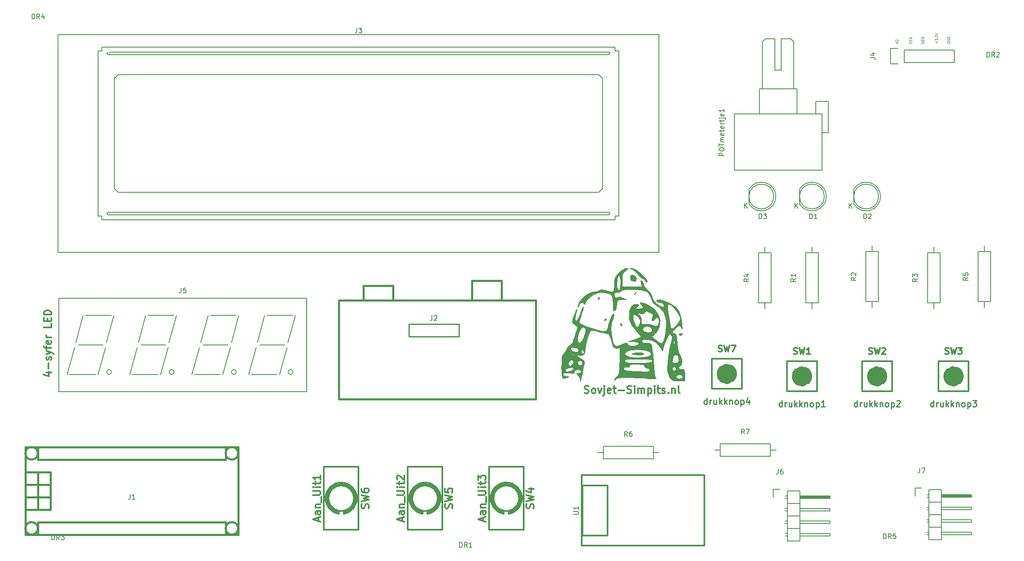
<source format=gbr>
G04 #@! TF.FileFunction,Legend,Top*
%FSLAX46Y46*%
G04 Gerber Fmt 4.6, Leading zero omitted, Abs format (unit mm)*
G04 Created by KiCad (PCBNEW 4.0.0-rc2-stable) date 3-3-2016 13:28:57*
%MOMM*%
G01*
G04 APERTURE LIST*
%ADD10C,0.100000*%
%ADD11C,0.300000*%
%ADD12C,0.125000*%
%ADD13C,0.150000*%
%ADD14C,0.381000*%
%ADD15C,0.304800*%
%ADD16C,2.540000*%
%ADD17C,0.378460*%
%ADD18C,0.010000*%
%ADD19C,0.254000*%
%ADD20C,0.203200*%
%ADD21C,0.317500*%
G04 APERTURE END LIST*
D10*
D11*
X143392857Y-92607143D02*
X143607143Y-92678571D01*
X143964286Y-92678571D01*
X144107143Y-92607143D01*
X144178572Y-92535714D01*
X144250000Y-92392857D01*
X144250000Y-92250000D01*
X144178572Y-92107143D01*
X144107143Y-92035714D01*
X143964286Y-91964286D01*
X143678572Y-91892857D01*
X143535714Y-91821429D01*
X143464286Y-91750000D01*
X143392857Y-91607143D01*
X143392857Y-91464286D01*
X143464286Y-91321429D01*
X143535714Y-91250000D01*
X143678572Y-91178571D01*
X144035714Y-91178571D01*
X144250000Y-91250000D01*
X145107143Y-92678571D02*
X144964285Y-92607143D01*
X144892857Y-92535714D01*
X144821428Y-92392857D01*
X144821428Y-91964286D01*
X144892857Y-91821429D01*
X144964285Y-91750000D01*
X145107143Y-91678571D01*
X145321428Y-91678571D01*
X145464285Y-91750000D01*
X145535714Y-91821429D01*
X145607143Y-91964286D01*
X145607143Y-92392857D01*
X145535714Y-92535714D01*
X145464285Y-92607143D01*
X145321428Y-92678571D01*
X145107143Y-92678571D01*
X146107143Y-91678571D02*
X146464286Y-92678571D01*
X146821428Y-91678571D01*
X147392857Y-91678571D02*
X147392857Y-92964286D01*
X147321428Y-93107143D01*
X147178571Y-93178571D01*
X147107143Y-93178571D01*
X147392857Y-91178571D02*
X147321428Y-91250000D01*
X147392857Y-91321429D01*
X147464285Y-91250000D01*
X147392857Y-91178571D01*
X147392857Y-91321429D01*
X148678571Y-92607143D02*
X148535714Y-92678571D01*
X148250000Y-92678571D01*
X148107143Y-92607143D01*
X148035714Y-92464286D01*
X148035714Y-91892857D01*
X148107143Y-91750000D01*
X148250000Y-91678571D01*
X148535714Y-91678571D01*
X148678571Y-91750000D01*
X148750000Y-91892857D01*
X148750000Y-92035714D01*
X148035714Y-92178571D01*
X149178571Y-91678571D02*
X149750000Y-91678571D01*
X149392857Y-91178571D02*
X149392857Y-92464286D01*
X149464285Y-92607143D01*
X149607143Y-92678571D01*
X149750000Y-92678571D01*
X150250000Y-92107143D02*
X151392857Y-92107143D01*
X152035714Y-92607143D02*
X152250000Y-92678571D01*
X152607143Y-92678571D01*
X152750000Y-92607143D01*
X152821429Y-92535714D01*
X152892857Y-92392857D01*
X152892857Y-92250000D01*
X152821429Y-92107143D01*
X152750000Y-92035714D01*
X152607143Y-91964286D01*
X152321429Y-91892857D01*
X152178571Y-91821429D01*
X152107143Y-91750000D01*
X152035714Y-91607143D01*
X152035714Y-91464286D01*
X152107143Y-91321429D01*
X152178571Y-91250000D01*
X152321429Y-91178571D01*
X152678571Y-91178571D01*
X152892857Y-91250000D01*
X153535714Y-92678571D02*
X153535714Y-91678571D01*
X153535714Y-91178571D02*
X153464285Y-91250000D01*
X153535714Y-91321429D01*
X153607142Y-91250000D01*
X153535714Y-91178571D01*
X153535714Y-91321429D01*
X154250000Y-92678571D02*
X154250000Y-91678571D01*
X154250000Y-91821429D02*
X154321428Y-91750000D01*
X154464286Y-91678571D01*
X154678571Y-91678571D01*
X154821428Y-91750000D01*
X154892857Y-91892857D01*
X154892857Y-92678571D01*
X154892857Y-91892857D02*
X154964286Y-91750000D01*
X155107143Y-91678571D01*
X155321428Y-91678571D01*
X155464286Y-91750000D01*
X155535714Y-91892857D01*
X155535714Y-92678571D01*
X156250000Y-91678571D02*
X156250000Y-93178571D01*
X156250000Y-91750000D02*
X156392857Y-91678571D01*
X156678571Y-91678571D01*
X156821428Y-91750000D01*
X156892857Y-91821429D01*
X156964286Y-91964286D01*
X156964286Y-92392857D01*
X156892857Y-92535714D01*
X156821428Y-92607143D01*
X156678571Y-92678571D01*
X156392857Y-92678571D01*
X156250000Y-92607143D01*
X157607143Y-92678571D02*
X157607143Y-91678571D01*
X157607143Y-91178571D02*
X157535714Y-91250000D01*
X157607143Y-91321429D01*
X157678571Y-91250000D01*
X157607143Y-91178571D01*
X157607143Y-91321429D01*
X158107143Y-91678571D02*
X158678572Y-91678571D01*
X158321429Y-91178571D02*
X158321429Y-92464286D01*
X158392857Y-92607143D01*
X158535715Y-92678571D01*
X158678572Y-92678571D01*
X159107143Y-92607143D02*
X159250000Y-92678571D01*
X159535715Y-92678571D01*
X159678572Y-92607143D01*
X159750000Y-92464286D01*
X159750000Y-92392857D01*
X159678572Y-92250000D01*
X159535715Y-92178571D01*
X159321429Y-92178571D01*
X159178572Y-92107143D01*
X159107143Y-91964286D01*
X159107143Y-91892857D01*
X159178572Y-91750000D01*
X159321429Y-91678571D01*
X159535715Y-91678571D01*
X159678572Y-91750000D01*
X160392858Y-92535714D02*
X160464286Y-92607143D01*
X160392858Y-92678571D01*
X160321429Y-92607143D01*
X160392858Y-92535714D01*
X160392858Y-92678571D01*
X161107144Y-91678571D02*
X161107144Y-92678571D01*
X161107144Y-91821429D02*
X161178572Y-91750000D01*
X161321430Y-91678571D01*
X161535715Y-91678571D01*
X161678572Y-91750000D01*
X161750001Y-91892857D01*
X161750001Y-92678571D01*
X162678573Y-92678571D02*
X162535715Y-92607143D01*
X162464287Y-92464286D01*
X162464287Y-91178571D01*
D12*
X217000000Y-21369048D02*
X216976190Y-21416667D01*
X216976190Y-21488095D01*
X217000000Y-21559524D01*
X217047619Y-21607143D01*
X217095238Y-21630952D01*
X217190476Y-21654762D01*
X217261905Y-21654762D01*
X217357143Y-21630952D01*
X217404762Y-21607143D01*
X217452381Y-21559524D01*
X217476190Y-21488095D01*
X217476190Y-21440476D01*
X217452381Y-21369048D01*
X217428571Y-21345238D01*
X217261905Y-21345238D01*
X217261905Y-21440476D01*
X217476190Y-21130952D02*
X216976190Y-21130952D01*
X217476190Y-20845238D01*
X216976190Y-20845238D01*
X217476190Y-20607142D02*
X216976190Y-20607142D01*
X216976190Y-20488095D01*
X217000000Y-20416666D01*
X217047619Y-20369047D01*
X217095238Y-20345238D01*
X217190476Y-20321428D01*
X217261905Y-20321428D01*
X217357143Y-20345238D01*
X217404762Y-20369047D01*
X217452381Y-20416666D01*
X217476190Y-20488095D01*
X217476190Y-20607142D01*
X214785714Y-21630952D02*
X214785714Y-21250000D01*
X214976190Y-21440476D02*
X214595238Y-21440476D01*
X214476190Y-21059523D02*
X214476190Y-20750000D01*
X214666667Y-20916666D01*
X214666667Y-20845238D01*
X214690476Y-20797619D01*
X214714286Y-20773809D01*
X214761905Y-20750000D01*
X214880952Y-20750000D01*
X214928571Y-20773809D01*
X214952381Y-20797619D01*
X214976190Y-20845238D01*
X214976190Y-20988095D01*
X214952381Y-21035714D01*
X214928571Y-21059523D01*
X214928571Y-20535714D02*
X214952381Y-20511905D01*
X214976190Y-20535714D01*
X214952381Y-20559524D01*
X214928571Y-20535714D01*
X214976190Y-20535714D01*
X214476190Y-20345238D02*
X214476190Y-20035715D01*
X214666667Y-20202381D01*
X214666667Y-20130953D01*
X214690476Y-20083334D01*
X214714286Y-20059524D01*
X214761905Y-20035715D01*
X214880952Y-20035715D01*
X214928571Y-20059524D01*
X214952381Y-20083334D01*
X214976190Y-20130953D01*
X214976190Y-20273810D01*
X214952381Y-20321429D01*
X214928571Y-20345238D01*
X214476190Y-19892858D02*
X214976190Y-19726191D01*
X214476190Y-19559525D01*
X212226190Y-21630952D02*
X211726190Y-21630952D01*
X211726190Y-21511905D01*
X211750000Y-21440476D01*
X211797619Y-21392857D01*
X211845238Y-21369048D01*
X211940476Y-21345238D01*
X212011905Y-21345238D01*
X212107143Y-21369048D01*
X212154762Y-21392857D01*
X212202381Y-21440476D01*
X212226190Y-21511905D01*
X212226190Y-21630952D01*
X211726190Y-21035714D02*
X211726190Y-20988095D01*
X211750000Y-20940476D01*
X211773810Y-20916667D01*
X211821429Y-20892857D01*
X211916667Y-20869048D01*
X212035714Y-20869048D01*
X212130952Y-20892857D01*
X212178571Y-20916667D01*
X212202381Y-20940476D01*
X212226190Y-20988095D01*
X212226190Y-21035714D01*
X212202381Y-21083333D01*
X212178571Y-21107143D01*
X212130952Y-21130952D01*
X212035714Y-21154762D01*
X211916667Y-21154762D01*
X211821429Y-21130952D01*
X211773810Y-21107143D01*
X211750000Y-21083333D01*
X211726190Y-21035714D01*
X212226190Y-20630953D02*
X212226190Y-20535715D01*
X212202381Y-20488096D01*
X212178571Y-20464286D01*
X212107143Y-20416667D01*
X212011905Y-20392858D01*
X211821429Y-20392858D01*
X211773810Y-20416667D01*
X211750000Y-20440477D01*
X211726190Y-20488096D01*
X211726190Y-20583334D01*
X211750000Y-20630953D01*
X211773810Y-20654762D01*
X211821429Y-20678572D01*
X211940476Y-20678572D01*
X211988095Y-20654762D01*
X212011905Y-20630953D01*
X212035714Y-20583334D01*
X212035714Y-20488096D01*
X212011905Y-20440477D01*
X211988095Y-20416667D01*
X211940476Y-20392858D01*
X209726190Y-21630952D02*
X209226190Y-21630952D01*
X209226190Y-21511905D01*
X209250000Y-21440476D01*
X209297619Y-21392857D01*
X209345238Y-21369048D01*
X209440476Y-21345238D01*
X209511905Y-21345238D01*
X209607143Y-21369048D01*
X209654762Y-21392857D01*
X209702381Y-21440476D01*
X209726190Y-21511905D01*
X209726190Y-21630952D01*
X209726190Y-20869048D02*
X209726190Y-21154762D01*
X209726190Y-21011905D02*
X209226190Y-21011905D01*
X209297619Y-21059524D01*
X209345238Y-21107143D01*
X209369048Y-21154762D01*
X209226190Y-20559524D02*
X209226190Y-20511905D01*
X209250000Y-20464286D01*
X209273810Y-20440477D01*
X209321429Y-20416667D01*
X209416667Y-20392858D01*
X209535714Y-20392858D01*
X209630952Y-20416667D01*
X209678571Y-20440477D01*
X209702381Y-20464286D01*
X209726190Y-20511905D01*
X209726190Y-20559524D01*
X209702381Y-20607143D01*
X209678571Y-20630953D01*
X209630952Y-20654762D01*
X209535714Y-20678572D01*
X209416667Y-20678572D01*
X209321429Y-20654762D01*
X209273810Y-20630953D01*
X209250000Y-20607143D01*
X209226190Y-20559524D01*
X206833333Y-21654762D02*
X206833333Y-21416667D01*
X206976190Y-21702381D02*
X206476190Y-21535714D01*
X206976190Y-21369048D01*
X206476190Y-21250000D02*
X206476190Y-20940477D01*
X206666667Y-21107143D01*
X206666667Y-21035715D01*
X206690476Y-20988096D01*
X206714286Y-20964286D01*
X206761905Y-20940477D01*
X206880952Y-20940477D01*
X206928571Y-20964286D01*
X206952381Y-20988096D01*
X206976190Y-21035715D01*
X206976190Y-21178572D01*
X206952381Y-21226191D01*
X206928571Y-21250000D01*
D11*
X34178571Y-88500000D02*
X35178571Y-88500000D01*
X33607143Y-88857143D02*
X34678571Y-89214286D01*
X34678571Y-88285714D01*
X34607143Y-87714286D02*
X34607143Y-86571429D01*
X35107143Y-85928572D02*
X35178571Y-85785715D01*
X35178571Y-85500000D01*
X35107143Y-85357143D01*
X34964286Y-85285715D01*
X34892857Y-85285715D01*
X34750000Y-85357143D01*
X34678571Y-85500000D01*
X34678571Y-85714286D01*
X34607143Y-85857143D01*
X34464286Y-85928572D01*
X34392857Y-85928572D01*
X34250000Y-85857143D01*
X34178571Y-85714286D01*
X34178571Y-85500000D01*
X34250000Y-85357143D01*
X34178571Y-84785714D02*
X35178571Y-84428571D01*
X34178571Y-84071429D02*
X35178571Y-84428571D01*
X35535714Y-84571429D01*
X35607143Y-84642857D01*
X35678571Y-84785714D01*
X34178571Y-83714286D02*
X34178571Y-83142857D01*
X35178571Y-83500000D02*
X33892857Y-83500000D01*
X33750000Y-83428572D01*
X33678571Y-83285714D01*
X33678571Y-83142857D01*
X35107143Y-82071429D02*
X35178571Y-82214286D01*
X35178571Y-82500000D01*
X35107143Y-82642857D01*
X34964286Y-82714286D01*
X34392857Y-82714286D01*
X34250000Y-82642857D01*
X34178571Y-82500000D01*
X34178571Y-82214286D01*
X34250000Y-82071429D01*
X34392857Y-82000000D01*
X34535714Y-82000000D01*
X34678571Y-82714286D01*
X35178571Y-81357143D02*
X34178571Y-81357143D01*
X34464286Y-81357143D02*
X34321429Y-81285715D01*
X34250000Y-81214286D01*
X34178571Y-81071429D01*
X34178571Y-80928572D01*
X35178571Y-78571429D02*
X35178571Y-79285715D01*
X33678571Y-79285715D01*
X34392857Y-78071429D02*
X34392857Y-77571429D01*
X35178571Y-77357143D02*
X35178571Y-78071429D01*
X33678571Y-78071429D01*
X33678571Y-77357143D01*
X35178571Y-76714286D02*
X33678571Y-76714286D01*
X33678571Y-76357143D01*
X33750000Y-76142858D01*
X33892857Y-76000000D01*
X34035714Y-75928572D01*
X34321429Y-75857143D01*
X34535714Y-75857143D01*
X34821429Y-75928572D01*
X34964286Y-76000000D01*
X35107143Y-76142858D01*
X35178571Y-76357143D01*
X35178571Y-76714286D01*
D13*
X198035112Y-54274904D02*
G75*
G03X198020000Y-51250000I2484888J1524904D01*
G01*
X198020000Y-54250000D02*
X198020000Y-51250000D01*
X203037936Y-52750000D02*
G75*
G03X203037936Y-52750000I-2517936J0D01*
G01*
X176785112Y-54274904D02*
G75*
G03X176770000Y-51250000I2484888J1524904D01*
G01*
X176770000Y-54250000D02*
X176770000Y-51250000D01*
X181787936Y-52750000D02*
G75*
G03X181787936Y-52750000I-2517936J0D01*
G01*
D14*
X34990000Y-111230000D02*
X29910000Y-111230000D01*
X34990000Y-113770000D02*
X29910000Y-113770000D01*
X32450000Y-108690000D02*
X32450000Y-116310000D01*
X29910000Y-108690000D02*
X34990000Y-108690000D01*
X34990000Y-108690000D02*
X34990000Y-116310000D01*
X34990000Y-116310000D02*
X29910000Y-116310000D01*
X73090000Y-103610000D02*
X29910000Y-103610000D01*
X29910000Y-121390000D02*
X73090000Y-121390000D01*
X29910000Y-121390000D02*
X29910000Y-103610000D01*
X73090000Y-121390000D02*
X73090000Y-103610000D01*
X32450000Y-104880000D02*
G75*
G03X32450000Y-104880000I-1270000J0D01*
G01*
X32450000Y-120120000D02*
G75*
G03X32450000Y-120120000I-1270000J0D01*
G01*
X73090000Y-104880000D02*
G75*
G03X73090000Y-104880000I-1270000J0D01*
G01*
X73090000Y-120120000D02*
G75*
G03X73090000Y-120120000I-1270000J0D01*
G01*
X70550000Y-106150000D02*
X32450000Y-106150000D01*
X32450000Y-118850000D02*
X70550000Y-118850000D01*
X70550000Y-121390000D02*
X70550000Y-118850000D01*
X70550000Y-106150000D02*
X70550000Y-103610000D01*
X32450000Y-103610000D02*
X32450000Y-106150000D01*
X32450000Y-121390000D02*
X32450000Y-118850000D01*
D13*
X46700000Y-56478000D02*
X148300000Y-56478000D01*
X148300000Y-56478000D02*
X148554000Y-56224000D01*
X148554000Y-56224000D02*
X148300000Y-55970000D01*
X148300000Y-55970000D02*
X46700000Y-55970000D01*
X46700000Y-56478000D02*
X46446000Y-56224000D01*
X46446000Y-56224000D02*
X46700000Y-55970000D01*
X46700000Y-23458000D02*
X46446000Y-23712000D01*
X46446000Y-23712000D02*
X46700000Y-23966000D01*
X46700000Y-23966000D02*
X148300000Y-23966000D01*
X148300000Y-23966000D02*
X148554000Y-23712000D01*
X148554000Y-23712000D02*
X148300000Y-23458000D01*
X148300000Y-23458000D02*
X46954000Y-23458000D01*
X47970000Y-51144000D02*
X47970000Y-28792000D01*
X146268000Y-51906000D02*
X48732000Y-51906000D01*
X147030000Y-28792000D02*
X147030000Y-51144000D01*
X48732000Y-28030000D02*
X146268000Y-28030000D01*
X48732000Y-51906000D02*
X47970000Y-51144000D01*
X147030000Y-51144000D02*
X146268000Y-51906000D01*
X146268000Y-28030000D02*
X147030000Y-28792000D01*
X47970000Y-28792000D02*
X48732000Y-28030000D01*
X150332000Y-56732000D02*
X150332000Y-23204000D01*
X45430000Y-57494000D02*
X149570000Y-57494000D01*
X44668000Y-23204000D02*
X44668000Y-56732000D01*
X149570000Y-22442000D02*
X45430000Y-22442000D01*
X45430000Y-57494000D02*
X45430000Y-56732000D01*
X45430000Y-56732000D02*
X44668000Y-56732000D01*
X149570000Y-57494000D02*
X149570000Y-56732000D01*
X149570000Y-56732000D02*
X150332000Y-56732000D01*
X149570000Y-22442000D02*
X149570000Y-23204000D01*
X149570000Y-23204000D02*
X150332000Y-23204000D01*
X44668000Y-23204000D02*
X45430000Y-23204000D01*
X45430000Y-23204000D02*
X45430000Y-22442000D01*
X36540000Y-64098000D02*
X36540000Y-19902000D01*
X36540000Y-19902000D02*
X158460000Y-19902000D01*
X158460000Y-19902000D02*
X158460000Y-64098000D01*
X158460000Y-64098000D02*
X36540000Y-64098000D01*
X207000000Y-25800000D02*
X205450000Y-25800000D01*
X205450000Y-25800000D02*
X205450000Y-22700000D01*
X205450000Y-22700000D02*
X207000000Y-22700000D01*
X208270000Y-22980000D02*
X218430000Y-22980000D01*
X218430000Y-22980000D02*
X218430000Y-25520000D01*
X218430000Y-25520000D02*
X208270000Y-25520000D01*
X208270000Y-22980000D02*
X208270000Y-25520000D01*
X87000000Y-92380000D02*
X36700000Y-92380000D01*
X36700000Y-92380000D02*
X36700000Y-73380000D01*
X36700000Y-73380000D02*
X87000000Y-73380000D01*
X87000000Y-73380000D02*
X87000000Y-92380000D01*
X77480000Y-82880000D02*
X82480000Y-82880000D01*
X75730000Y-88880000D02*
X80980000Y-88880000D01*
X83230000Y-82380000D02*
X84730000Y-76880000D01*
X81480000Y-88880000D02*
X82980000Y-83380000D01*
X76980000Y-82380000D02*
X78480000Y-76880000D01*
X75230000Y-88880000D02*
X76730000Y-83380000D01*
X78980000Y-76880000D02*
X84230000Y-76880000D01*
X40650000Y-82880000D02*
X45650000Y-82880000D01*
X38900000Y-88880000D02*
X44150000Y-88880000D01*
X46400000Y-82380000D02*
X47900000Y-76880000D01*
X44650000Y-88880000D02*
X46150000Y-83380000D01*
X40150000Y-82380000D02*
X41650000Y-76880000D01*
X38400000Y-88880000D02*
X39900000Y-83380000D01*
X42150000Y-76880000D02*
X47400000Y-76880000D01*
X54850000Y-76880000D02*
X60100000Y-76880000D01*
X51100000Y-88880000D02*
X52600000Y-83380000D01*
X52850000Y-82380000D02*
X54350000Y-76880000D01*
X57350000Y-88880000D02*
X58850000Y-83380000D01*
X59100000Y-82380000D02*
X60600000Y-76880000D01*
X51600000Y-88880000D02*
X56850000Y-88880000D01*
X53350000Y-82880000D02*
X58350000Y-82880000D01*
X71735000Y-82380000D02*
X73235000Y-76880000D01*
X67485000Y-76880000D02*
X72735000Y-76880000D01*
X65485000Y-82380000D02*
X66985000Y-76880000D01*
X65985000Y-82880000D02*
X70985000Y-82880000D01*
X64235000Y-88880000D02*
X69485000Y-88880000D01*
X63735000Y-88880000D02*
X65235000Y-83380000D01*
X69985000Y-88880000D02*
X71485000Y-83380000D01*
X84230000Y-88380000D02*
G75*
G03X84230000Y-88380000I-500000J0D01*
G01*
X47400000Y-88380000D02*
G75*
G03X47400000Y-88380000I-500000J0D01*
G01*
X72735000Y-88380000D02*
G75*
G03X72735000Y-88380000I-500000J0D01*
G01*
X60100000Y-88380000D02*
G75*
G03X60100000Y-88380000I-500000J0D01*
G01*
X181700000Y-112200000D02*
X181700000Y-113750000D01*
X183000000Y-112200000D02*
X181700000Y-112200000D01*
X187191000Y-113623000D02*
X193033000Y-113623000D01*
X193033000Y-113623000D02*
X193033000Y-113877000D01*
X193033000Y-113877000D02*
X187191000Y-113877000D01*
X187191000Y-113877000D02*
X187191000Y-113750000D01*
X187191000Y-113750000D02*
X193033000Y-113750000D01*
X184524000Y-113496000D02*
X184143000Y-113496000D01*
X184524000Y-114004000D02*
X184143000Y-114004000D01*
X184524000Y-116036000D02*
X184143000Y-116036000D01*
X184524000Y-116544000D02*
X184143000Y-116544000D01*
X184524000Y-118576000D02*
X184143000Y-118576000D01*
X184524000Y-119084000D02*
X184143000Y-119084000D01*
X184524000Y-121624000D02*
X184143000Y-121624000D01*
X184524000Y-121116000D02*
X184143000Y-121116000D01*
X184524000Y-112480000D02*
X187064000Y-112480000D01*
X184524000Y-115020000D02*
X187064000Y-115020000D01*
X184524000Y-115020000D02*
X184524000Y-117560000D01*
X184524000Y-117560000D02*
X187064000Y-117560000D01*
X187064000Y-116036000D02*
X193160000Y-116036000D01*
X193160000Y-116036000D02*
X193160000Y-116544000D01*
X193160000Y-116544000D02*
X187064000Y-116544000D01*
X187064000Y-117560000D02*
X187064000Y-115020000D01*
X187064000Y-115020000D02*
X187064000Y-112480000D01*
X193160000Y-114004000D02*
X187064000Y-114004000D01*
X193160000Y-113496000D02*
X193160000Y-114004000D01*
X187064000Y-113496000D02*
X193160000Y-113496000D01*
X184524000Y-115020000D02*
X187064000Y-115020000D01*
X184524000Y-112480000D02*
X184524000Y-115020000D01*
X184524000Y-120100000D02*
X187064000Y-120100000D01*
X184524000Y-120100000D02*
X184524000Y-122640000D01*
X184524000Y-122640000D02*
X187064000Y-122640000D01*
X187064000Y-121116000D02*
X193160000Y-121116000D01*
X193160000Y-121116000D02*
X193160000Y-121624000D01*
X193160000Y-121624000D02*
X187064000Y-121624000D01*
X187064000Y-122640000D02*
X187064000Y-120100000D01*
X187064000Y-120100000D02*
X187064000Y-117560000D01*
X193160000Y-119084000D02*
X187064000Y-119084000D01*
X193160000Y-118576000D02*
X193160000Y-119084000D01*
X187064000Y-118576000D02*
X193160000Y-118576000D01*
X184524000Y-120100000D02*
X187064000Y-120100000D01*
X184524000Y-117560000D02*
X184524000Y-120100000D01*
X184524000Y-117560000D02*
X187064000Y-117560000D01*
X210450000Y-111950000D02*
X210450000Y-113500000D01*
X211750000Y-111950000D02*
X210450000Y-111950000D01*
X215941000Y-113373000D02*
X221783000Y-113373000D01*
X221783000Y-113373000D02*
X221783000Y-113627000D01*
X221783000Y-113627000D02*
X215941000Y-113627000D01*
X215941000Y-113627000D02*
X215941000Y-113500000D01*
X215941000Y-113500000D02*
X221783000Y-113500000D01*
X213274000Y-113246000D02*
X212893000Y-113246000D01*
X213274000Y-113754000D02*
X212893000Y-113754000D01*
X213274000Y-115786000D02*
X212893000Y-115786000D01*
X213274000Y-116294000D02*
X212893000Y-116294000D01*
X213274000Y-118326000D02*
X212893000Y-118326000D01*
X213274000Y-118834000D02*
X212893000Y-118834000D01*
X213274000Y-121374000D02*
X212893000Y-121374000D01*
X213274000Y-120866000D02*
X212893000Y-120866000D01*
X213274000Y-112230000D02*
X215814000Y-112230000D01*
X213274000Y-114770000D02*
X215814000Y-114770000D01*
X213274000Y-114770000D02*
X213274000Y-117310000D01*
X213274000Y-117310000D02*
X215814000Y-117310000D01*
X215814000Y-115786000D02*
X221910000Y-115786000D01*
X221910000Y-115786000D02*
X221910000Y-116294000D01*
X221910000Y-116294000D02*
X215814000Y-116294000D01*
X215814000Y-117310000D02*
X215814000Y-114770000D01*
X215814000Y-114770000D02*
X215814000Y-112230000D01*
X221910000Y-113754000D02*
X215814000Y-113754000D01*
X221910000Y-113246000D02*
X221910000Y-113754000D01*
X215814000Y-113246000D02*
X221910000Y-113246000D01*
X213274000Y-114770000D02*
X215814000Y-114770000D01*
X213274000Y-112230000D02*
X213274000Y-114770000D01*
X213274000Y-119850000D02*
X215814000Y-119850000D01*
X213274000Y-119850000D02*
X213274000Y-122390000D01*
X213274000Y-122390000D02*
X215814000Y-122390000D01*
X215814000Y-120866000D02*
X221910000Y-120866000D01*
X221910000Y-120866000D02*
X221910000Y-121374000D01*
X221910000Y-121374000D02*
X215814000Y-121374000D01*
X215814000Y-122390000D02*
X215814000Y-119850000D01*
X215814000Y-119850000D02*
X215814000Y-117310000D01*
X221910000Y-118834000D02*
X215814000Y-118834000D01*
X221910000Y-118326000D02*
X221910000Y-118834000D01*
X215814000Y-118326000D02*
X221910000Y-118326000D01*
X213274000Y-119850000D02*
X215814000Y-119850000D01*
X213274000Y-117310000D02*
X213274000Y-119850000D01*
X213274000Y-117310000D02*
X215814000Y-117310000D01*
X182035000Y-20700000D02*
X180130000Y-20700000D01*
X185210000Y-20700000D02*
X183305000Y-20700000D01*
X182035000Y-27050000D02*
X183305000Y-27050000D01*
X192830000Y-39750000D02*
X192830000Y-33400000D01*
X192830000Y-33400000D02*
X190290000Y-33400000D01*
X190290000Y-33400000D02*
X190290000Y-35940000D01*
X192830000Y-39750000D02*
X191560000Y-39750000D01*
X183305000Y-27050000D02*
X183305000Y-20700000D01*
X182035000Y-20700000D02*
X182035000Y-27050000D01*
X179495000Y-30860000D02*
X179495000Y-21335000D01*
X179495000Y-21335000D02*
X180130000Y-20700000D01*
X185210000Y-20700000D02*
X185845000Y-21335000D01*
X185845000Y-21335000D02*
X185845000Y-30860000D01*
X178860000Y-35940000D02*
X178860000Y-30860000D01*
X178860000Y-30860000D02*
X186480000Y-30860000D01*
X186480000Y-30860000D02*
X186480000Y-35940000D01*
X173780000Y-35940000D02*
X191560000Y-35940000D01*
X191560000Y-35940000D02*
X191560000Y-47370000D01*
X191560000Y-47370000D02*
X173780000Y-47370000D01*
X173780000Y-47370000D02*
X173780000Y-35940000D01*
D15*
X184452000Y-86202000D02*
X190548000Y-86202000D01*
X190548000Y-86202000D02*
X190548000Y-92298000D01*
X190548000Y-92298000D02*
X184452000Y-92298000D01*
X184452000Y-92298000D02*
X184452000Y-86202000D01*
D16*
X188303219Y-89250000D02*
G75*
G03X188303219Y-89250000I-803219J0D01*
G01*
D15*
X199702000Y-86202000D02*
X205798000Y-86202000D01*
X205798000Y-86202000D02*
X205798000Y-92298000D01*
X205798000Y-92298000D02*
X199702000Y-92298000D01*
X199702000Y-92298000D02*
X199702000Y-86202000D01*
D16*
X203553219Y-89250000D02*
G75*
G03X203553219Y-89250000I-803219J0D01*
G01*
D15*
X215202000Y-86202000D02*
X221298000Y-86202000D01*
X221298000Y-86202000D02*
X221298000Y-92298000D01*
X221298000Y-92298000D02*
X215202000Y-92298000D01*
X215202000Y-92298000D02*
X215202000Y-86202000D01*
D16*
X219053219Y-89250000D02*
G75*
G03X219053219Y-89250000I-803219J0D01*
G01*
D17*
X126999620Y-116600960D02*
X126999620Y-117098800D01*
X128000380Y-116600960D02*
X128000380Y-117098800D01*
X130118172Y-114000000D02*
G75*
G03X130118172Y-114000000I-2618172J0D01*
G01*
X128020700Y-116560320D02*
G75*
G03X130060320Y-113479300I-520700J2560320D01*
G01*
X124939680Y-113519940D02*
G75*
G03X127019940Y-116560320I2560320J-480060D01*
G01*
X124660280Y-113298960D02*
G75*
G03X126798960Y-116839720I2839720J-701040D01*
G01*
X128201040Y-116829560D02*
G75*
G03X130329560Y-113298960I-701040J2829560D01*
G01*
X127500000Y-111399040D02*
G75*
G03X124899040Y-114000000I0J-2600960D01*
G01*
X130100960Y-114000000D02*
G75*
G03X127500000Y-111399040I-2600960J0D01*
G01*
X127500000Y-111099320D02*
G75*
G03X124599320Y-114000000I0J-2900680D01*
G01*
X130400680Y-114000000D02*
G75*
G03X127500000Y-111099320I-2900680J0D01*
G01*
X124340240Y-113489460D02*
G75*
G03X126989460Y-117159760I3159760J-510540D01*
G01*
X128010540Y-117159760D02*
G75*
G03X130659760Y-113489460I-510540J3159760D01*
G01*
X127500000Y-110799600D02*
G75*
G03X124299600Y-114000000I0J-3200400D01*
G01*
X130700400Y-114000000D02*
G75*
G03X127500000Y-110799600I-3200400J0D01*
G01*
X130997580Y-107599200D02*
X130997580Y-120400800D01*
X131000120Y-120400800D02*
X123999880Y-120400800D01*
X123999880Y-120400800D02*
X123999880Y-107599200D01*
X123999880Y-107599200D02*
X131000120Y-107599200D01*
X110499620Y-116600960D02*
X110499620Y-117098800D01*
X111500380Y-116600960D02*
X111500380Y-117098800D01*
X113618172Y-114000000D02*
G75*
G03X113618172Y-114000000I-2618172J0D01*
G01*
X111520700Y-116560320D02*
G75*
G03X113560320Y-113479300I-520700J2560320D01*
G01*
X108439680Y-113519940D02*
G75*
G03X110519940Y-116560320I2560320J-480060D01*
G01*
X108160280Y-113298960D02*
G75*
G03X110298960Y-116839720I2839720J-701040D01*
G01*
X111701040Y-116829560D02*
G75*
G03X113829560Y-113298960I-701040J2829560D01*
G01*
X111000000Y-111399040D02*
G75*
G03X108399040Y-114000000I0J-2600960D01*
G01*
X113600960Y-114000000D02*
G75*
G03X111000000Y-111399040I-2600960J0D01*
G01*
X111000000Y-111099320D02*
G75*
G03X108099320Y-114000000I0J-2900680D01*
G01*
X113900680Y-114000000D02*
G75*
G03X111000000Y-111099320I-2900680J0D01*
G01*
X107840240Y-113489460D02*
G75*
G03X110489460Y-117159760I3159760J-510540D01*
G01*
X111510540Y-117159760D02*
G75*
G03X114159760Y-113489460I-510540J3159760D01*
G01*
X111000000Y-110799600D02*
G75*
G03X107799600Y-114000000I0J-3200400D01*
G01*
X114200400Y-114000000D02*
G75*
G03X111000000Y-110799600I-3200400J0D01*
G01*
X114497580Y-107599200D02*
X114497580Y-120400800D01*
X114500120Y-120400800D02*
X107499880Y-120400800D01*
X107499880Y-120400800D02*
X107499880Y-107599200D01*
X107499880Y-107599200D02*
X114500120Y-107599200D01*
X93499620Y-116600960D02*
X93499620Y-117098800D01*
X94500380Y-116600960D02*
X94500380Y-117098800D01*
X96618172Y-114000000D02*
G75*
G03X96618172Y-114000000I-2618172J0D01*
G01*
X94520700Y-116560320D02*
G75*
G03X96560320Y-113479300I-520700J2560320D01*
G01*
X91439680Y-113519940D02*
G75*
G03X93519940Y-116560320I2560320J-480060D01*
G01*
X91160280Y-113298960D02*
G75*
G03X93298960Y-116839720I2839720J-701040D01*
G01*
X94701040Y-116829560D02*
G75*
G03X96829560Y-113298960I-701040J2829560D01*
G01*
X94000000Y-111399040D02*
G75*
G03X91399040Y-114000000I0J-2600960D01*
G01*
X96600960Y-114000000D02*
G75*
G03X94000000Y-111399040I-2600960J0D01*
G01*
X94000000Y-111099320D02*
G75*
G03X91099320Y-114000000I0J-2900680D01*
G01*
X96900680Y-114000000D02*
G75*
G03X94000000Y-111099320I-2900680J0D01*
G01*
X90840240Y-113489460D02*
G75*
G03X93489460Y-117159760I3159760J-510540D01*
G01*
X94510540Y-117159760D02*
G75*
G03X97159760Y-113489460I-510540J3159760D01*
G01*
X94000000Y-110799600D02*
G75*
G03X90799600Y-114000000I0J-3200400D01*
G01*
X97200400Y-114000000D02*
G75*
G03X94000000Y-110799600I-3200400J0D01*
G01*
X97497580Y-107599200D02*
X97497580Y-120400800D01*
X97500120Y-120400800D02*
X90499880Y-120400800D01*
X90499880Y-120400800D02*
X90499880Y-107599200D01*
X90499880Y-107599200D02*
X97500120Y-107599200D01*
D13*
X188230000Y-74330000D02*
X190770000Y-74330000D01*
X190770000Y-74330000D02*
X190770000Y-64170000D01*
X190770000Y-64170000D02*
X188230000Y-64170000D01*
X188230000Y-64170000D02*
X188230000Y-74330000D01*
X189500000Y-63020000D02*
X189500000Y-64170000D01*
X189500000Y-75480000D02*
X189500000Y-74330000D01*
X200480000Y-74080000D02*
X203020000Y-74080000D01*
X203020000Y-74080000D02*
X203020000Y-63920000D01*
X203020000Y-63920000D02*
X200480000Y-63920000D01*
X200480000Y-63920000D02*
X200480000Y-74080000D01*
X201750000Y-62770000D02*
X201750000Y-63920000D01*
X201750000Y-75230000D02*
X201750000Y-74080000D01*
X212980000Y-74330000D02*
X215520000Y-74330000D01*
X215520000Y-74330000D02*
X215520000Y-64170000D01*
X215520000Y-64170000D02*
X212980000Y-64170000D01*
X212980000Y-64170000D02*
X212980000Y-74330000D01*
X214250000Y-63020000D02*
X214250000Y-64170000D01*
X214250000Y-75480000D02*
X214250000Y-74330000D01*
X178730000Y-74330000D02*
X181270000Y-74330000D01*
X181270000Y-74330000D02*
X181270000Y-64170000D01*
X181270000Y-64170000D02*
X178730000Y-64170000D01*
X178730000Y-64170000D02*
X178730000Y-74330000D01*
X180000000Y-63020000D02*
X180000000Y-64170000D01*
X180000000Y-75480000D02*
X180000000Y-74330000D01*
X223230000Y-74080000D02*
X225770000Y-74080000D01*
X225770000Y-74080000D02*
X225770000Y-63920000D01*
X225770000Y-63920000D02*
X223230000Y-63920000D01*
X223230000Y-63920000D02*
X223230000Y-74080000D01*
X224500000Y-62770000D02*
X224500000Y-63920000D01*
X224500000Y-75230000D02*
X224500000Y-74080000D01*
D15*
X169202000Y-85702000D02*
X175298000Y-85702000D01*
X175298000Y-85702000D02*
X175298000Y-91798000D01*
X175298000Y-91798000D02*
X169202000Y-91798000D01*
X169202000Y-91798000D02*
X169202000Y-85702000D01*
D16*
X173053219Y-88750000D02*
G75*
G03X173053219Y-88750000I-803219J0D01*
G01*
D13*
X187035112Y-54274904D02*
G75*
G03X187020000Y-51250000I2484888J1524904D01*
G01*
X187020000Y-54250000D02*
X187020000Y-51250000D01*
X192037936Y-52750000D02*
G75*
G03X192037936Y-52750000I-2517936J0D01*
G01*
D18*
G36*
X152171527Y-67289904D02*
X152174622Y-67416783D01*
X151776492Y-67754283D01*
X151687110Y-67824669D01*
X151243574Y-68268449D01*
X151035239Y-68816076D01*
X150982642Y-69678658D01*
X150982632Y-69696248D01*
X150982632Y-71013685D01*
X155003346Y-71013685D01*
X154823250Y-70296125D01*
X154729806Y-69819159D01*
X154844492Y-69781620D01*
X155057462Y-69961915D01*
X155332976Y-70364680D01*
X155330478Y-70577974D01*
X155427733Y-70875735D01*
X155832445Y-71377382D01*
X156160646Y-71700658D01*
X156837323Y-72471049D01*
X157127027Y-73151993D01*
X157132106Y-73236323D01*
X157336626Y-73836449D01*
X157989124Y-74469785D01*
X158206422Y-74626514D01*
X158980227Y-75103924D01*
X159393528Y-75205351D01*
X159433735Y-75052287D01*
X160219351Y-75052287D01*
X160275197Y-75780896D01*
X160391103Y-76723488D01*
X160544179Y-77724977D01*
X160711536Y-78630275D01*
X160870284Y-79284295D01*
X160955601Y-79497545D01*
X161229606Y-79532028D01*
X161660743Y-79234362D01*
X162133145Y-78732196D01*
X162530947Y-78153180D01*
X162738280Y-77624965D01*
X162746842Y-77524138D01*
X162599836Y-76936372D01*
X162222055Y-76247756D01*
X161708356Y-75565703D01*
X161153595Y-74997626D01*
X160652628Y-74650940D01*
X160300313Y-74633057D01*
X160246455Y-74692749D01*
X160219351Y-75052287D01*
X159433735Y-75052287D01*
X159465499Y-74931365D01*
X159382425Y-74661426D01*
X159012348Y-74319668D01*
X158574026Y-74222106D01*
X158085412Y-74126868D01*
X157934211Y-73954737D01*
X158147784Y-73703505D01*
X158709048Y-73687774D01*
X159498824Y-73882328D01*
X160397929Y-74261952D01*
X160994118Y-74602135D01*
X161842151Y-75216895D01*
X162413206Y-75860973D01*
X162777462Y-76672165D01*
X163005094Y-77788269D01*
X163115376Y-78767369D01*
X163166243Y-79463049D01*
X163158808Y-79784822D01*
X163107925Y-79703158D01*
X162868513Y-79110805D01*
X162545334Y-78988847D01*
X162052653Y-79329008D01*
X161803587Y-79577267D01*
X161335872Y-80092553D01*
X161217657Y-80356557D01*
X161416440Y-80492190D01*
X161551349Y-80531137D01*
X161842760Y-80685618D01*
X162015118Y-81038376D01*
X162107263Y-81714272D01*
X162144522Y-82438130D01*
X162237015Y-83479301D01*
X162409859Y-84280245D01*
X162576245Y-84627602D01*
X162884814Y-85174320D01*
X163076033Y-85863395D01*
X163129022Y-86518443D01*
X163022898Y-86963087D01*
X162863717Y-87055790D01*
X162527765Y-87271465D01*
X162479474Y-87473649D01*
X162682177Y-87790575D01*
X163081053Y-87807859D01*
X163451728Y-87809113D01*
X163628019Y-88037049D01*
X163680473Y-88622953D01*
X163682632Y-88927369D01*
X163682632Y-90130527D01*
X162345790Y-90166314D01*
X161541113Y-90164144D01*
X161078937Y-90030846D01*
X160767587Y-89659746D01*
X160601863Y-89328421D01*
X161944737Y-89328421D01*
X162177161Y-89650979D01*
X162613158Y-89729474D01*
X163150754Y-89590020D01*
X163281579Y-89328421D01*
X163049155Y-89005864D01*
X162613158Y-88927369D01*
X162075563Y-89066823D01*
X161944737Y-89328421D01*
X160601863Y-89328421D01*
X160509906Y-89144577D01*
X160282001Y-88604725D01*
X160160411Y-88090053D01*
X160147543Y-87724211D01*
X161142632Y-87724211D01*
X161356651Y-88078680D01*
X161543685Y-88125263D01*
X161898153Y-87911244D01*
X161944737Y-87724211D01*
X161730718Y-87369742D01*
X161543685Y-87323158D01*
X161189216Y-87537178D01*
X161142632Y-87724211D01*
X160147543Y-87724211D01*
X160138115Y-87456198D01*
X160208090Y-86558800D01*
X160231330Y-86361026D01*
X161203868Y-86361026D01*
X161514571Y-86511152D01*
X161779869Y-86521053D01*
X162278426Y-86440505D01*
X162461342Y-86089014D01*
X162479474Y-85718948D01*
X162395441Y-85131832D01*
X162082773Y-84925117D01*
X161944737Y-84916842D01*
X161508127Y-85001137D01*
X161406349Y-85117369D01*
X161340365Y-85511630D01*
X161241482Y-85919474D01*
X161203868Y-86361026D01*
X160231330Y-86361026D01*
X160332591Y-85499316D01*
X160496091Y-84332972D01*
X160670025Y-83333335D01*
X160827877Y-82643407D01*
X160898475Y-82447312D01*
X160920215Y-82376842D01*
X161462123Y-82376842D01*
X161491023Y-82833461D01*
X161574722Y-82873662D01*
X161585377Y-82849826D01*
X161638268Y-82319050D01*
X161595284Y-82047720D01*
X161510176Y-81938687D01*
X161463887Y-82293814D01*
X161462123Y-82376842D01*
X160920215Y-82376842D01*
X161117577Y-81737122D01*
X161078462Y-81088651D01*
X160857475Y-80761638D01*
X160471755Y-80711869D01*
X160257922Y-81160098D01*
X160241903Y-81255897D01*
X160026374Y-81815355D01*
X159891787Y-82015659D01*
X159634806Y-82520137D01*
X159415030Y-83242535D01*
X159408590Y-83272094D01*
X159217011Y-84167345D01*
X158722059Y-83353463D01*
X157875638Y-82371483D01*
X156779762Y-81849330D01*
X155995790Y-81740166D01*
X155308949Y-81764363D01*
X155023082Y-81957745D01*
X154993158Y-82131445D01*
X155122867Y-82432253D01*
X155594249Y-82478261D01*
X155800338Y-82452750D01*
X156494945Y-82472768D01*
X156891119Y-82676000D01*
X157016253Y-83067384D01*
X157141864Y-83872154D01*
X157252594Y-84969192D01*
X157327275Y-86115280D01*
X157405893Y-87347497D01*
X157505121Y-88372692D01*
X157611879Y-89079341D01*
X157707020Y-89353253D01*
X157957642Y-89610449D01*
X157721688Y-89749705D01*
X157036272Y-89761221D01*
X156396842Y-89699282D01*
X155393853Y-89607074D01*
X154096119Y-89532829D01*
X152743609Y-89489430D01*
X152399602Y-89484667D01*
X151201734Y-89488709D01*
X150428588Y-89539244D01*
X149970917Y-89654075D01*
X149719478Y-89851008D01*
X149667206Y-89930000D01*
X149447076Y-90189125D01*
X149386552Y-90039700D01*
X149568085Y-89607676D01*
X149904792Y-89237594D01*
X150151580Y-88960809D01*
X150311877Y-88555569D01*
X150406313Y-87908355D01*
X150417431Y-87681795D01*
X151250000Y-87681795D01*
X151351356Y-87905116D01*
X151719846Y-88051202D01*
X152452100Y-88143933D01*
X153322106Y-88193895D01*
X154403423Y-88244905D01*
X155340497Y-88295237D01*
X155950189Y-88334963D01*
X155995790Y-88338826D01*
X156490995Y-88236779D01*
X156597369Y-87991579D01*
X156374465Y-87664964D01*
X156062632Y-87590527D01*
X155627145Y-87423349D01*
X155527895Y-87189474D01*
X155404194Y-86956071D01*
X154965931Y-86831057D01*
X154112365Y-86789115D01*
X153932076Y-86788421D01*
X153026135Y-86815599D01*
X152564990Y-86911904D01*
X152460768Y-87099499D01*
X152477066Y-87155364D01*
X152444978Y-87405129D01*
X152004007Y-87404328D01*
X151933937Y-87391563D01*
X151406139Y-87384980D01*
X151250011Y-87677683D01*
X151250000Y-87681795D01*
X150417431Y-87681795D01*
X150455521Y-86905649D01*
X150471416Y-86120000D01*
X151517369Y-86120000D01*
X151603436Y-86303143D01*
X151919186Y-86422282D01*
X152550942Y-86489750D01*
X153585024Y-86517879D01*
X154324737Y-86521053D01*
X155606736Y-86508758D01*
X156440712Y-86463650D01*
X156912987Y-86373400D01*
X157109885Y-86225674D01*
X157132106Y-86120000D01*
X157046038Y-85936858D01*
X156730288Y-85817718D01*
X156098532Y-85750250D01*
X155064450Y-85722122D01*
X154324737Y-85718948D01*
X153042739Y-85731243D01*
X152208763Y-85776350D01*
X151736487Y-85866601D01*
X151539589Y-86014327D01*
X151517369Y-86120000D01*
X150471416Y-86120000D01*
X150494751Y-84570004D01*
X151542656Y-84570004D01*
X151608992Y-84808906D01*
X151902681Y-85050527D01*
X152605545Y-85324516D01*
X153791210Y-85445748D01*
X154191053Y-85451579D01*
X155502012Y-85372633D01*
X156338628Y-85139446D01*
X156479425Y-85050527D01*
X156839449Y-84728944D01*
X156773114Y-84490042D01*
X156479425Y-84248421D01*
X155776561Y-83974431D01*
X154590896Y-83853200D01*
X154191053Y-83847369D01*
X152880094Y-83926315D01*
X152043478Y-84159502D01*
X151902681Y-84248421D01*
X151542656Y-84570004D01*
X150494751Y-84570004D01*
X150511669Y-83446316D01*
X149843351Y-83518263D01*
X149457224Y-83509619D01*
X149201339Y-83303065D01*
X148993393Y-82782265D01*
X148802997Y-82047737D01*
X148503790Y-81066233D01*
X148207738Y-80612470D01*
X148070298Y-80582868D01*
X147622683Y-80547634D01*
X146878763Y-80371921D01*
X146395137Y-80223868D01*
X145573676Y-79998939D01*
X144927359Y-79906609D01*
X144713631Y-79928097D01*
X144425446Y-80267100D01*
X144112931Y-80980714D01*
X143823045Y-81913587D01*
X143602746Y-82910368D01*
X143498991Y-83815704D01*
X143496316Y-83955361D01*
X143430409Y-84577909D01*
X143154834Y-84896398D01*
X142552808Y-84982911D01*
X141892106Y-84945564D01*
X141848750Y-85041096D01*
X142192257Y-85322921D01*
X142493061Y-85515464D01*
X143185890Y-86046011D01*
X143352076Y-86483914D01*
X143340335Y-86521053D01*
X143215388Y-86991172D01*
X143051788Y-87793717D01*
X142924393Y-88519549D01*
X142739743Y-89519861D01*
X142585764Y-90109433D01*
X142477042Y-90251103D01*
X142428162Y-89907705D01*
X142426842Y-89787321D01*
X142223354Y-89202498D01*
X141958948Y-88948785D01*
X141668802Y-88743101D01*
X141858406Y-88675038D01*
X142092632Y-88668131D01*
X142577942Y-88508943D01*
X142694211Y-88258948D01*
X142461787Y-87936390D01*
X142025790Y-87857895D01*
X141478352Y-88005070D01*
X141357369Y-88293720D01*
X141264103Y-88556599D01*
X140899625Y-88645452D01*
X140154211Y-88593931D01*
X139374739Y-88549088D01*
X139011707Y-88657864D01*
X138951053Y-88826527D01*
X139187617Y-89114102D01*
X139686316Y-89213529D01*
X140161897Y-89246024D01*
X140145100Y-89340826D01*
X139886842Y-89462106D01*
X139337583Y-89665845D01*
X138987003Y-89655392D01*
X138790755Y-89353431D01*
X138704490Y-88682649D01*
X138692254Y-88020185D01*
X139485790Y-88020185D01*
X139645244Y-88322158D01*
X139908710Y-88287553D01*
X140511009Y-88140521D01*
X140710815Y-88125263D01*
X141039774Y-87908642D01*
X141090000Y-87695605D01*
X140930546Y-87393632D01*
X140667080Y-87428237D01*
X140064781Y-87575269D01*
X139864975Y-87590527D01*
X139536016Y-87807148D01*
X139485790Y-88020185D01*
X138692254Y-88020185D01*
X138683860Y-87565732D01*
X138683685Y-87364597D01*
X138691427Y-86814981D01*
X140116491Y-86814981D01*
X140233576Y-87150857D01*
X140572274Y-87133638D01*
X140712751Y-87036035D01*
X141032501Y-86598526D01*
X141979602Y-86598526D01*
X142174613Y-86971212D01*
X142426842Y-87055790D01*
X142769753Y-86861029D01*
X142842293Y-86765125D01*
X142873527Y-86357368D01*
X142590645Y-86083800D01*
X142202639Y-86116833D01*
X142129297Y-86176914D01*
X141979602Y-86598526D01*
X141032501Y-86598526D01*
X141038589Y-86590197D01*
X141090000Y-86370410D01*
X140938287Y-85929575D01*
X140599634Y-85908505D01*
X140288946Y-86251722D01*
X140116491Y-86814981D01*
X138691427Y-86814981D01*
X138700306Y-86184745D01*
X138765909Y-85413253D01*
X138904103Y-84924347D01*
X139035205Y-84738597D01*
X140911755Y-84738597D01*
X140948456Y-84897547D01*
X141090000Y-84916842D01*
X141310075Y-84819016D01*
X141268246Y-84738597D01*
X140950942Y-84706598D01*
X140911755Y-84738597D01*
X139035205Y-84738597D01*
X139138495Y-84592253D01*
X139218421Y-84515790D01*
X139619676Y-84040589D01*
X139753158Y-83702996D01*
X139774892Y-83662896D01*
X140555263Y-83662896D01*
X140807106Y-84080595D01*
X141561124Y-84319629D01*
X141825263Y-84351090D01*
X141988828Y-84248421D01*
X142694211Y-84248421D01*
X142838582Y-84604227D01*
X142961579Y-84649474D01*
X143198783Y-84432917D01*
X143228948Y-84248421D01*
X143084576Y-83892616D01*
X142961579Y-83847369D01*
X142724376Y-84063926D01*
X142694211Y-84248421D01*
X141988828Y-84248421D01*
X142119873Y-84166165D01*
X142159474Y-83981053D01*
X142050547Y-83622589D01*
X141958948Y-83576349D01*
X141564687Y-83510365D01*
X141156842Y-83411482D01*
X140679949Y-83388225D01*
X140555263Y-83662896D01*
X139774892Y-83662896D01*
X139956370Y-83328068D01*
X140380529Y-82963063D01*
X140914091Y-82338739D01*
X141049810Y-82008777D01*
X141909244Y-82008777D01*
X141993140Y-82237245D01*
X142377738Y-82441355D01*
X142740765Y-82209555D01*
X143124133Y-81503711D01*
X143306712Y-81042159D01*
X143579257Y-80153085D01*
X143566584Y-79618443D01*
X143251210Y-79329782D01*
X143018518Y-79254361D01*
X142734983Y-79427492D01*
X142424030Y-79958976D01*
X142143917Y-80679335D01*
X141952903Y-81419094D01*
X141909244Y-82008777D01*
X141049810Y-82008777D01*
X141381927Y-81201335D01*
X141476632Y-80881444D01*
X141945365Y-79210895D01*
X141349368Y-78761333D01*
X141014422Y-78479813D01*
X140888181Y-78192901D01*
X140957933Y-77733393D01*
X141210541Y-76935360D01*
X141484985Y-76174815D01*
X141707227Y-75674938D01*
X141797926Y-75558948D01*
X141826253Y-75772921D01*
X141728364Y-76160527D01*
X141550987Y-76905349D01*
X141468830Y-77508651D01*
X141503115Y-77993665D01*
X141689055Y-78035952D01*
X141977426Y-77688355D01*
X142319006Y-77003718D01*
X142573114Y-76323155D01*
X142837617Y-75599852D01*
X143045267Y-75162490D01*
X143123196Y-75096705D01*
X143099318Y-75384754D01*
X142930167Y-76027860D01*
X142691929Y-76768736D01*
X142440371Y-77615209D01*
X142324399Y-78252416D01*
X142357027Y-78515967D01*
X142685169Y-78673936D01*
X143400489Y-78949236D01*
X144380867Y-79296219D01*
X145020382Y-79511523D01*
X146281478Y-79904729D01*
X147133918Y-80086087D01*
X147666136Y-80040835D01*
X147966567Y-79754212D01*
X148123647Y-79211457D01*
X148157188Y-78987939D01*
X148300647Y-78383457D01*
X148549753Y-77690071D01*
X148838982Y-77049686D01*
X149102809Y-76604207D01*
X149275710Y-76495538D01*
X149293634Y-76526769D01*
X149275523Y-76942760D01*
X149106660Y-77646189D01*
X148993984Y-77997295D01*
X148773994Y-78798928D01*
X148722849Y-79585992D01*
X148831549Y-80593323D01*
X148882514Y-80906316D01*
X149101928Y-82061677D01*
X149332824Y-82756412D01*
X149650106Y-83060859D01*
X150128681Y-83045354D01*
X150843452Y-82780234D01*
X150867279Y-82770037D01*
X151586917Y-82487454D01*
X151943624Y-82437160D01*
X152050600Y-82608040D01*
X152052106Y-82653712D01*
X152276262Y-82923152D01*
X152814565Y-83050936D01*
X153465761Y-83037920D01*
X154028601Y-82884960D01*
X154287740Y-82644211D01*
X154274987Y-82384459D01*
X153908148Y-82259933D01*
X153313714Y-82229381D01*
X152185790Y-82215604D01*
X153121579Y-81854632D01*
X153878347Y-81570326D01*
X154486061Y-81354498D01*
X154534869Y-81338378D01*
X154742656Y-81198862D01*
X154667700Y-80939461D01*
X154262532Y-80473688D01*
X153823357Y-80042074D01*
X153606142Y-79773823D01*
X155126117Y-79773823D01*
X155446227Y-80074498D01*
X156166730Y-80334717D01*
X156771915Y-80284060D01*
X157005660Y-80092499D01*
X157004698Y-79672515D01*
X156664334Y-79259920D01*
X156149528Y-79039745D01*
X156062632Y-79034737D01*
X155494431Y-79227562D01*
X155278439Y-79414207D01*
X155126117Y-79773823D01*
X153606142Y-79773823D01*
X152841498Y-78829525D01*
X152378569Y-77552082D01*
X152378779Y-77544860D01*
X153217379Y-77544860D01*
X153428322Y-78267713D01*
X153509883Y-78452497D01*
X153818146Y-79054062D01*
X154025661Y-79230178D01*
X154251104Y-79043037D01*
X154360010Y-78898030D01*
X154635726Y-78281424D01*
X154669038Y-77864160D01*
X154398443Y-77338486D01*
X153993812Y-76962842D01*
X153542000Y-76714525D01*
X153318162Y-76811916D01*
X153220618Y-77023346D01*
X153217379Y-77544860D01*
X152378779Y-77544860D01*
X152408637Y-76518420D01*
X154266439Y-76518420D01*
X154565484Y-76866373D01*
X154928856Y-77581834D01*
X154937293Y-78048870D01*
X154906791Y-78461245D01*
X155121548Y-78623339D01*
X155716183Y-78621563D01*
X155818472Y-78614512D01*
X156616902Y-78659257D01*
X157252447Y-78862805D01*
X157310224Y-78900482D01*
X157872106Y-79084244D01*
X158291545Y-78805775D01*
X158468252Y-78135917D01*
X158468948Y-78081989D01*
X158347936Y-77465510D01*
X158036969Y-77315613D01*
X157614150Y-77664789D01*
X157579985Y-77712177D01*
X157240756Y-78008129D01*
X157033927Y-77887401D01*
X157035522Y-77465068D01*
X157175619Y-77100096D01*
X157240777Y-76741860D01*
X156929118Y-76455364D01*
X156537911Y-76274593D01*
X155938662Y-76062600D01*
X155661292Y-76097922D01*
X155570712Y-76293768D01*
X155315239Y-76548067D01*
X154775867Y-76497644D01*
X154291862Y-76395877D01*
X154266439Y-76518420D01*
X152408637Y-76518420D01*
X152419021Y-76161463D01*
X152482687Y-75879065D01*
X152865536Y-74998879D01*
X153424848Y-74558455D01*
X154062068Y-74587965D01*
X154383659Y-74753979D01*
X154281256Y-74958709D01*
X154031567Y-75156749D01*
X153731278Y-75418587D01*
X153834539Y-75525748D01*
X154391579Y-75550444D01*
X155058989Y-75468991D01*
X155229336Y-75195755D01*
X154910699Y-74714392D01*
X154840376Y-74642256D01*
X154563300Y-74322006D01*
X154688425Y-74226777D01*
X154853654Y-74222106D01*
X155552776Y-74391526D01*
X156446754Y-74832126D01*
X157346962Y-75442408D01*
X157730355Y-75769988D01*
X158412886Y-76746103D01*
X158692640Y-77914289D01*
X158570381Y-79115763D01*
X158046872Y-80191741D01*
X157707271Y-80568274D01*
X157005982Y-81218207D01*
X157935828Y-81977110D01*
X158660194Y-82459876D01*
X159119184Y-82517933D01*
X159162907Y-82489332D01*
X159400789Y-82045905D01*
X159612901Y-81225439D01*
X159778388Y-80185607D01*
X159876393Y-79084085D01*
X159886060Y-78078547D01*
X159824219Y-77489700D01*
X159369366Y-76208382D01*
X158522640Y-75263301D01*
X157877825Y-74861368D01*
X157204530Y-74232851D01*
X156864737Y-73420000D01*
X156530825Y-72619255D01*
X155979468Y-72077666D01*
X155123255Y-71752707D01*
X153874774Y-71601853D01*
X153079453Y-71578459D01*
X151867419Y-71604819D01*
X151107299Y-71721828D01*
X150724686Y-71938120D01*
X150278888Y-72192094D01*
X150029548Y-72173209D01*
X149655153Y-72244782D01*
X149434931Y-72628961D01*
X149485491Y-73104936D01*
X149512216Y-73152811D01*
X149827913Y-73291991D01*
X150003803Y-73190360D01*
X150519129Y-73101089D01*
X151116316Y-73289346D01*
X151918421Y-73643938D01*
X150915790Y-73665653D01*
X150258920Y-73715938D01*
X149977871Y-73925528D01*
X149913881Y-74440856D01*
X149913158Y-74590420D01*
X149800813Y-75308897D01*
X149528768Y-75811712D01*
X149512106Y-75826316D01*
X149290184Y-75946162D01*
X149168552Y-75777905D01*
X149118633Y-75230953D01*
X149111053Y-74554950D01*
X149054514Y-73551132D01*
X148900227Y-72876591D01*
X148776842Y-72688255D01*
X148041019Y-72363499D01*
X147046487Y-72229655D01*
X146044078Y-72315421D01*
X145880525Y-72356867D01*
X145099356Y-72714155D01*
X144335478Y-73271948D01*
X143743337Y-73894390D01*
X143477380Y-74445625D01*
X143475208Y-74472654D01*
X143409414Y-74701802D01*
X143319243Y-74556316D01*
X142994624Y-74242748D01*
X142582017Y-74339648D01*
X142286763Y-74776991D01*
X142103240Y-75165340D01*
X141989918Y-75211146D01*
X142016250Y-74917902D01*
X142231337Y-74338319D01*
X142317276Y-74150761D01*
X142934370Y-73321290D01*
X143843235Y-72616079D01*
X144841372Y-72170171D01*
X145417667Y-72083158D01*
X146050808Y-71961050D01*
X146375314Y-71770898D01*
X146737427Y-71598077D01*
X147345254Y-71665678D01*
X147729807Y-71770898D01*
X148616308Y-72010334D01*
X149109711Y-72003698D01*
X149325043Y-71671501D01*
X149377331Y-70934258D01*
X149378421Y-70631669D01*
X149393868Y-70305929D01*
X149941099Y-70305929D01*
X149950320Y-71025766D01*
X150038740Y-71490034D01*
X150256744Y-71787556D01*
X150462501Y-71643970D01*
X150615685Y-71152164D01*
X150675972Y-70405029D01*
X150664594Y-70048354D01*
X150567613Y-69295226D01*
X150412208Y-68822750D01*
X150314211Y-68741053D01*
X150141732Y-68977089D01*
X150011132Y-69560876D01*
X149941099Y-70305929D01*
X149393868Y-70305929D01*
X149422072Y-69711178D01*
X149614733Y-69075088D01*
X150048972Y-68476049D01*
X150278939Y-68225353D01*
X150969496Y-67625992D01*
X151603741Y-67298848D01*
X151785522Y-67270527D01*
X152171527Y-67289904D01*
X152171527Y-67289904D01*
G37*
X152171527Y-67289904D02*
X152174622Y-67416783D01*
X151776492Y-67754283D01*
X151687110Y-67824669D01*
X151243574Y-68268449D01*
X151035239Y-68816076D01*
X150982642Y-69678658D01*
X150982632Y-69696248D01*
X150982632Y-71013685D01*
X155003346Y-71013685D01*
X154823250Y-70296125D01*
X154729806Y-69819159D01*
X154844492Y-69781620D01*
X155057462Y-69961915D01*
X155332976Y-70364680D01*
X155330478Y-70577974D01*
X155427733Y-70875735D01*
X155832445Y-71377382D01*
X156160646Y-71700658D01*
X156837323Y-72471049D01*
X157127027Y-73151993D01*
X157132106Y-73236323D01*
X157336626Y-73836449D01*
X157989124Y-74469785D01*
X158206422Y-74626514D01*
X158980227Y-75103924D01*
X159393528Y-75205351D01*
X159433735Y-75052287D01*
X160219351Y-75052287D01*
X160275197Y-75780896D01*
X160391103Y-76723488D01*
X160544179Y-77724977D01*
X160711536Y-78630275D01*
X160870284Y-79284295D01*
X160955601Y-79497545D01*
X161229606Y-79532028D01*
X161660743Y-79234362D01*
X162133145Y-78732196D01*
X162530947Y-78153180D01*
X162738280Y-77624965D01*
X162746842Y-77524138D01*
X162599836Y-76936372D01*
X162222055Y-76247756D01*
X161708356Y-75565703D01*
X161153595Y-74997626D01*
X160652628Y-74650940D01*
X160300313Y-74633057D01*
X160246455Y-74692749D01*
X160219351Y-75052287D01*
X159433735Y-75052287D01*
X159465499Y-74931365D01*
X159382425Y-74661426D01*
X159012348Y-74319668D01*
X158574026Y-74222106D01*
X158085412Y-74126868D01*
X157934211Y-73954737D01*
X158147784Y-73703505D01*
X158709048Y-73687774D01*
X159498824Y-73882328D01*
X160397929Y-74261952D01*
X160994118Y-74602135D01*
X161842151Y-75216895D01*
X162413206Y-75860973D01*
X162777462Y-76672165D01*
X163005094Y-77788269D01*
X163115376Y-78767369D01*
X163166243Y-79463049D01*
X163158808Y-79784822D01*
X163107925Y-79703158D01*
X162868513Y-79110805D01*
X162545334Y-78988847D01*
X162052653Y-79329008D01*
X161803587Y-79577267D01*
X161335872Y-80092553D01*
X161217657Y-80356557D01*
X161416440Y-80492190D01*
X161551349Y-80531137D01*
X161842760Y-80685618D01*
X162015118Y-81038376D01*
X162107263Y-81714272D01*
X162144522Y-82438130D01*
X162237015Y-83479301D01*
X162409859Y-84280245D01*
X162576245Y-84627602D01*
X162884814Y-85174320D01*
X163076033Y-85863395D01*
X163129022Y-86518443D01*
X163022898Y-86963087D01*
X162863717Y-87055790D01*
X162527765Y-87271465D01*
X162479474Y-87473649D01*
X162682177Y-87790575D01*
X163081053Y-87807859D01*
X163451728Y-87809113D01*
X163628019Y-88037049D01*
X163680473Y-88622953D01*
X163682632Y-88927369D01*
X163682632Y-90130527D01*
X162345790Y-90166314D01*
X161541113Y-90164144D01*
X161078937Y-90030846D01*
X160767587Y-89659746D01*
X160601863Y-89328421D01*
X161944737Y-89328421D01*
X162177161Y-89650979D01*
X162613158Y-89729474D01*
X163150754Y-89590020D01*
X163281579Y-89328421D01*
X163049155Y-89005864D01*
X162613158Y-88927369D01*
X162075563Y-89066823D01*
X161944737Y-89328421D01*
X160601863Y-89328421D01*
X160509906Y-89144577D01*
X160282001Y-88604725D01*
X160160411Y-88090053D01*
X160147543Y-87724211D01*
X161142632Y-87724211D01*
X161356651Y-88078680D01*
X161543685Y-88125263D01*
X161898153Y-87911244D01*
X161944737Y-87724211D01*
X161730718Y-87369742D01*
X161543685Y-87323158D01*
X161189216Y-87537178D01*
X161142632Y-87724211D01*
X160147543Y-87724211D01*
X160138115Y-87456198D01*
X160208090Y-86558800D01*
X160231330Y-86361026D01*
X161203868Y-86361026D01*
X161514571Y-86511152D01*
X161779869Y-86521053D01*
X162278426Y-86440505D01*
X162461342Y-86089014D01*
X162479474Y-85718948D01*
X162395441Y-85131832D01*
X162082773Y-84925117D01*
X161944737Y-84916842D01*
X161508127Y-85001137D01*
X161406349Y-85117369D01*
X161340365Y-85511630D01*
X161241482Y-85919474D01*
X161203868Y-86361026D01*
X160231330Y-86361026D01*
X160332591Y-85499316D01*
X160496091Y-84332972D01*
X160670025Y-83333335D01*
X160827877Y-82643407D01*
X160898475Y-82447312D01*
X160920215Y-82376842D01*
X161462123Y-82376842D01*
X161491023Y-82833461D01*
X161574722Y-82873662D01*
X161585377Y-82849826D01*
X161638268Y-82319050D01*
X161595284Y-82047720D01*
X161510176Y-81938687D01*
X161463887Y-82293814D01*
X161462123Y-82376842D01*
X160920215Y-82376842D01*
X161117577Y-81737122D01*
X161078462Y-81088651D01*
X160857475Y-80761638D01*
X160471755Y-80711869D01*
X160257922Y-81160098D01*
X160241903Y-81255897D01*
X160026374Y-81815355D01*
X159891787Y-82015659D01*
X159634806Y-82520137D01*
X159415030Y-83242535D01*
X159408590Y-83272094D01*
X159217011Y-84167345D01*
X158722059Y-83353463D01*
X157875638Y-82371483D01*
X156779762Y-81849330D01*
X155995790Y-81740166D01*
X155308949Y-81764363D01*
X155023082Y-81957745D01*
X154993158Y-82131445D01*
X155122867Y-82432253D01*
X155594249Y-82478261D01*
X155800338Y-82452750D01*
X156494945Y-82472768D01*
X156891119Y-82676000D01*
X157016253Y-83067384D01*
X157141864Y-83872154D01*
X157252594Y-84969192D01*
X157327275Y-86115280D01*
X157405893Y-87347497D01*
X157505121Y-88372692D01*
X157611879Y-89079341D01*
X157707020Y-89353253D01*
X157957642Y-89610449D01*
X157721688Y-89749705D01*
X157036272Y-89761221D01*
X156396842Y-89699282D01*
X155393853Y-89607074D01*
X154096119Y-89532829D01*
X152743609Y-89489430D01*
X152399602Y-89484667D01*
X151201734Y-89488709D01*
X150428588Y-89539244D01*
X149970917Y-89654075D01*
X149719478Y-89851008D01*
X149667206Y-89930000D01*
X149447076Y-90189125D01*
X149386552Y-90039700D01*
X149568085Y-89607676D01*
X149904792Y-89237594D01*
X150151580Y-88960809D01*
X150311877Y-88555569D01*
X150406313Y-87908355D01*
X150417431Y-87681795D01*
X151250000Y-87681795D01*
X151351356Y-87905116D01*
X151719846Y-88051202D01*
X152452100Y-88143933D01*
X153322106Y-88193895D01*
X154403423Y-88244905D01*
X155340497Y-88295237D01*
X155950189Y-88334963D01*
X155995790Y-88338826D01*
X156490995Y-88236779D01*
X156597369Y-87991579D01*
X156374465Y-87664964D01*
X156062632Y-87590527D01*
X155627145Y-87423349D01*
X155527895Y-87189474D01*
X155404194Y-86956071D01*
X154965931Y-86831057D01*
X154112365Y-86789115D01*
X153932076Y-86788421D01*
X153026135Y-86815599D01*
X152564990Y-86911904D01*
X152460768Y-87099499D01*
X152477066Y-87155364D01*
X152444978Y-87405129D01*
X152004007Y-87404328D01*
X151933937Y-87391563D01*
X151406139Y-87384980D01*
X151250011Y-87677683D01*
X151250000Y-87681795D01*
X150417431Y-87681795D01*
X150455521Y-86905649D01*
X150471416Y-86120000D01*
X151517369Y-86120000D01*
X151603436Y-86303143D01*
X151919186Y-86422282D01*
X152550942Y-86489750D01*
X153585024Y-86517879D01*
X154324737Y-86521053D01*
X155606736Y-86508758D01*
X156440712Y-86463650D01*
X156912987Y-86373400D01*
X157109885Y-86225674D01*
X157132106Y-86120000D01*
X157046038Y-85936858D01*
X156730288Y-85817718D01*
X156098532Y-85750250D01*
X155064450Y-85722122D01*
X154324737Y-85718948D01*
X153042739Y-85731243D01*
X152208763Y-85776350D01*
X151736487Y-85866601D01*
X151539589Y-86014327D01*
X151517369Y-86120000D01*
X150471416Y-86120000D01*
X150494751Y-84570004D01*
X151542656Y-84570004D01*
X151608992Y-84808906D01*
X151902681Y-85050527D01*
X152605545Y-85324516D01*
X153791210Y-85445748D01*
X154191053Y-85451579D01*
X155502012Y-85372633D01*
X156338628Y-85139446D01*
X156479425Y-85050527D01*
X156839449Y-84728944D01*
X156773114Y-84490042D01*
X156479425Y-84248421D01*
X155776561Y-83974431D01*
X154590896Y-83853200D01*
X154191053Y-83847369D01*
X152880094Y-83926315D01*
X152043478Y-84159502D01*
X151902681Y-84248421D01*
X151542656Y-84570004D01*
X150494751Y-84570004D01*
X150511669Y-83446316D01*
X149843351Y-83518263D01*
X149457224Y-83509619D01*
X149201339Y-83303065D01*
X148993393Y-82782265D01*
X148802997Y-82047737D01*
X148503790Y-81066233D01*
X148207738Y-80612470D01*
X148070298Y-80582868D01*
X147622683Y-80547634D01*
X146878763Y-80371921D01*
X146395137Y-80223868D01*
X145573676Y-79998939D01*
X144927359Y-79906609D01*
X144713631Y-79928097D01*
X144425446Y-80267100D01*
X144112931Y-80980714D01*
X143823045Y-81913587D01*
X143602746Y-82910368D01*
X143498991Y-83815704D01*
X143496316Y-83955361D01*
X143430409Y-84577909D01*
X143154834Y-84896398D01*
X142552808Y-84982911D01*
X141892106Y-84945564D01*
X141848750Y-85041096D01*
X142192257Y-85322921D01*
X142493061Y-85515464D01*
X143185890Y-86046011D01*
X143352076Y-86483914D01*
X143340335Y-86521053D01*
X143215388Y-86991172D01*
X143051788Y-87793717D01*
X142924393Y-88519549D01*
X142739743Y-89519861D01*
X142585764Y-90109433D01*
X142477042Y-90251103D01*
X142428162Y-89907705D01*
X142426842Y-89787321D01*
X142223354Y-89202498D01*
X141958948Y-88948785D01*
X141668802Y-88743101D01*
X141858406Y-88675038D01*
X142092632Y-88668131D01*
X142577942Y-88508943D01*
X142694211Y-88258948D01*
X142461787Y-87936390D01*
X142025790Y-87857895D01*
X141478352Y-88005070D01*
X141357369Y-88293720D01*
X141264103Y-88556599D01*
X140899625Y-88645452D01*
X140154211Y-88593931D01*
X139374739Y-88549088D01*
X139011707Y-88657864D01*
X138951053Y-88826527D01*
X139187617Y-89114102D01*
X139686316Y-89213529D01*
X140161897Y-89246024D01*
X140145100Y-89340826D01*
X139886842Y-89462106D01*
X139337583Y-89665845D01*
X138987003Y-89655392D01*
X138790755Y-89353431D01*
X138704490Y-88682649D01*
X138692254Y-88020185D01*
X139485790Y-88020185D01*
X139645244Y-88322158D01*
X139908710Y-88287553D01*
X140511009Y-88140521D01*
X140710815Y-88125263D01*
X141039774Y-87908642D01*
X141090000Y-87695605D01*
X140930546Y-87393632D01*
X140667080Y-87428237D01*
X140064781Y-87575269D01*
X139864975Y-87590527D01*
X139536016Y-87807148D01*
X139485790Y-88020185D01*
X138692254Y-88020185D01*
X138683860Y-87565732D01*
X138683685Y-87364597D01*
X138691427Y-86814981D01*
X140116491Y-86814981D01*
X140233576Y-87150857D01*
X140572274Y-87133638D01*
X140712751Y-87036035D01*
X141032501Y-86598526D01*
X141979602Y-86598526D01*
X142174613Y-86971212D01*
X142426842Y-87055790D01*
X142769753Y-86861029D01*
X142842293Y-86765125D01*
X142873527Y-86357368D01*
X142590645Y-86083800D01*
X142202639Y-86116833D01*
X142129297Y-86176914D01*
X141979602Y-86598526D01*
X141032501Y-86598526D01*
X141038589Y-86590197D01*
X141090000Y-86370410D01*
X140938287Y-85929575D01*
X140599634Y-85908505D01*
X140288946Y-86251722D01*
X140116491Y-86814981D01*
X138691427Y-86814981D01*
X138700306Y-86184745D01*
X138765909Y-85413253D01*
X138904103Y-84924347D01*
X139035205Y-84738597D01*
X140911755Y-84738597D01*
X140948456Y-84897547D01*
X141090000Y-84916842D01*
X141310075Y-84819016D01*
X141268246Y-84738597D01*
X140950942Y-84706598D01*
X140911755Y-84738597D01*
X139035205Y-84738597D01*
X139138495Y-84592253D01*
X139218421Y-84515790D01*
X139619676Y-84040589D01*
X139753158Y-83702996D01*
X139774892Y-83662896D01*
X140555263Y-83662896D01*
X140807106Y-84080595D01*
X141561124Y-84319629D01*
X141825263Y-84351090D01*
X141988828Y-84248421D01*
X142694211Y-84248421D01*
X142838582Y-84604227D01*
X142961579Y-84649474D01*
X143198783Y-84432917D01*
X143228948Y-84248421D01*
X143084576Y-83892616D01*
X142961579Y-83847369D01*
X142724376Y-84063926D01*
X142694211Y-84248421D01*
X141988828Y-84248421D01*
X142119873Y-84166165D01*
X142159474Y-83981053D01*
X142050547Y-83622589D01*
X141958948Y-83576349D01*
X141564687Y-83510365D01*
X141156842Y-83411482D01*
X140679949Y-83388225D01*
X140555263Y-83662896D01*
X139774892Y-83662896D01*
X139956370Y-83328068D01*
X140380529Y-82963063D01*
X140914091Y-82338739D01*
X141049810Y-82008777D01*
X141909244Y-82008777D01*
X141993140Y-82237245D01*
X142377738Y-82441355D01*
X142740765Y-82209555D01*
X143124133Y-81503711D01*
X143306712Y-81042159D01*
X143579257Y-80153085D01*
X143566584Y-79618443D01*
X143251210Y-79329782D01*
X143018518Y-79254361D01*
X142734983Y-79427492D01*
X142424030Y-79958976D01*
X142143917Y-80679335D01*
X141952903Y-81419094D01*
X141909244Y-82008777D01*
X141049810Y-82008777D01*
X141381927Y-81201335D01*
X141476632Y-80881444D01*
X141945365Y-79210895D01*
X141349368Y-78761333D01*
X141014422Y-78479813D01*
X140888181Y-78192901D01*
X140957933Y-77733393D01*
X141210541Y-76935360D01*
X141484985Y-76174815D01*
X141707227Y-75674938D01*
X141797926Y-75558948D01*
X141826253Y-75772921D01*
X141728364Y-76160527D01*
X141550987Y-76905349D01*
X141468830Y-77508651D01*
X141503115Y-77993665D01*
X141689055Y-78035952D01*
X141977426Y-77688355D01*
X142319006Y-77003718D01*
X142573114Y-76323155D01*
X142837617Y-75599852D01*
X143045267Y-75162490D01*
X143123196Y-75096705D01*
X143099318Y-75384754D01*
X142930167Y-76027860D01*
X142691929Y-76768736D01*
X142440371Y-77615209D01*
X142324399Y-78252416D01*
X142357027Y-78515967D01*
X142685169Y-78673936D01*
X143400489Y-78949236D01*
X144380867Y-79296219D01*
X145020382Y-79511523D01*
X146281478Y-79904729D01*
X147133918Y-80086087D01*
X147666136Y-80040835D01*
X147966567Y-79754212D01*
X148123647Y-79211457D01*
X148157188Y-78987939D01*
X148300647Y-78383457D01*
X148549753Y-77690071D01*
X148838982Y-77049686D01*
X149102809Y-76604207D01*
X149275710Y-76495538D01*
X149293634Y-76526769D01*
X149275523Y-76942760D01*
X149106660Y-77646189D01*
X148993984Y-77997295D01*
X148773994Y-78798928D01*
X148722849Y-79585992D01*
X148831549Y-80593323D01*
X148882514Y-80906316D01*
X149101928Y-82061677D01*
X149332824Y-82756412D01*
X149650106Y-83060859D01*
X150128681Y-83045354D01*
X150843452Y-82780234D01*
X150867279Y-82770037D01*
X151586917Y-82487454D01*
X151943624Y-82437160D01*
X152050600Y-82608040D01*
X152052106Y-82653712D01*
X152276262Y-82923152D01*
X152814565Y-83050936D01*
X153465761Y-83037920D01*
X154028601Y-82884960D01*
X154287740Y-82644211D01*
X154274987Y-82384459D01*
X153908148Y-82259933D01*
X153313714Y-82229381D01*
X152185790Y-82215604D01*
X153121579Y-81854632D01*
X153878347Y-81570326D01*
X154486061Y-81354498D01*
X154534869Y-81338378D01*
X154742656Y-81198862D01*
X154667700Y-80939461D01*
X154262532Y-80473688D01*
X153823357Y-80042074D01*
X153606142Y-79773823D01*
X155126117Y-79773823D01*
X155446227Y-80074498D01*
X156166730Y-80334717D01*
X156771915Y-80284060D01*
X157005660Y-80092499D01*
X157004698Y-79672515D01*
X156664334Y-79259920D01*
X156149528Y-79039745D01*
X156062632Y-79034737D01*
X155494431Y-79227562D01*
X155278439Y-79414207D01*
X155126117Y-79773823D01*
X153606142Y-79773823D01*
X152841498Y-78829525D01*
X152378569Y-77552082D01*
X152378779Y-77544860D01*
X153217379Y-77544860D01*
X153428322Y-78267713D01*
X153509883Y-78452497D01*
X153818146Y-79054062D01*
X154025661Y-79230178D01*
X154251104Y-79043037D01*
X154360010Y-78898030D01*
X154635726Y-78281424D01*
X154669038Y-77864160D01*
X154398443Y-77338486D01*
X153993812Y-76962842D01*
X153542000Y-76714525D01*
X153318162Y-76811916D01*
X153220618Y-77023346D01*
X153217379Y-77544860D01*
X152378779Y-77544860D01*
X152408637Y-76518420D01*
X154266439Y-76518420D01*
X154565484Y-76866373D01*
X154928856Y-77581834D01*
X154937293Y-78048870D01*
X154906791Y-78461245D01*
X155121548Y-78623339D01*
X155716183Y-78621563D01*
X155818472Y-78614512D01*
X156616902Y-78659257D01*
X157252447Y-78862805D01*
X157310224Y-78900482D01*
X157872106Y-79084244D01*
X158291545Y-78805775D01*
X158468252Y-78135917D01*
X158468948Y-78081989D01*
X158347936Y-77465510D01*
X158036969Y-77315613D01*
X157614150Y-77664789D01*
X157579985Y-77712177D01*
X157240756Y-78008129D01*
X157033927Y-77887401D01*
X157035522Y-77465068D01*
X157175619Y-77100096D01*
X157240777Y-76741860D01*
X156929118Y-76455364D01*
X156537911Y-76274593D01*
X155938662Y-76062600D01*
X155661292Y-76097922D01*
X155570712Y-76293768D01*
X155315239Y-76548067D01*
X154775867Y-76497644D01*
X154291862Y-76395877D01*
X154266439Y-76518420D01*
X152408637Y-76518420D01*
X152419021Y-76161463D01*
X152482687Y-75879065D01*
X152865536Y-74998879D01*
X153424848Y-74558455D01*
X154062068Y-74587965D01*
X154383659Y-74753979D01*
X154281256Y-74958709D01*
X154031567Y-75156749D01*
X153731278Y-75418587D01*
X153834539Y-75525748D01*
X154391579Y-75550444D01*
X155058989Y-75468991D01*
X155229336Y-75195755D01*
X154910699Y-74714392D01*
X154840376Y-74642256D01*
X154563300Y-74322006D01*
X154688425Y-74226777D01*
X154853654Y-74222106D01*
X155552776Y-74391526D01*
X156446754Y-74832126D01*
X157346962Y-75442408D01*
X157730355Y-75769988D01*
X158412886Y-76746103D01*
X158692640Y-77914289D01*
X158570381Y-79115763D01*
X158046872Y-80191741D01*
X157707271Y-80568274D01*
X157005982Y-81218207D01*
X157935828Y-81977110D01*
X158660194Y-82459876D01*
X159119184Y-82517933D01*
X159162907Y-82489332D01*
X159400789Y-82045905D01*
X159612901Y-81225439D01*
X159778388Y-80185607D01*
X159876393Y-79084085D01*
X159886060Y-78078547D01*
X159824219Y-77489700D01*
X159369366Y-76208382D01*
X158522640Y-75263301D01*
X157877825Y-74861368D01*
X157204530Y-74232851D01*
X156864737Y-73420000D01*
X156530825Y-72619255D01*
X155979468Y-72077666D01*
X155123255Y-71752707D01*
X153874774Y-71601853D01*
X153079453Y-71578459D01*
X151867419Y-71604819D01*
X151107299Y-71721828D01*
X150724686Y-71938120D01*
X150278888Y-72192094D01*
X150029548Y-72173209D01*
X149655153Y-72244782D01*
X149434931Y-72628961D01*
X149485491Y-73104936D01*
X149512216Y-73152811D01*
X149827913Y-73291991D01*
X150003803Y-73190360D01*
X150519129Y-73101089D01*
X151116316Y-73289346D01*
X151918421Y-73643938D01*
X150915790Y-73665653D01*
X150258920Y-73715938D01*
X149977871Y-73925528D01*
X149913881Y-74440856D01*
X149913158Y-74590420D01*
X149800813Y-75308897D01*
X149528768Y-75811712D01*
X149512106Y-75826316D01*
X149290184Y-75946162D01*
X149168552Y-75777905D01*
X149118633Y-75230953D01*
X149111053Y-74554950D01*
X149054514Y-73551132D01*
X148900227Y-72876591D01*
X148776842Y-72688255D01*
X148041019Y-72363499D01*
X147046487Y-72229655D01*
X146044078Y-72315421D01*
X145880525Y-72356867D01*
X145099356Y-72714155D01*
X144335478Y-73271948D01*
X143743337Y-73894390D01*
X143477380Y-74445625D01*
X143475208Y-74472654D01*
X143409414Y-74701802D01*
X143319243Y-74556316D01*
X142994624Y-74242748D01*
X142582017Y-74339648D01*
X142286763Y-74776991D01*
X142103240Y-75165340D01*
X141989918Y-75211146D01*
X142016250Y-74917902D01*
X142231337Y-74338319D01*
X142317276Y-74150761D01*
X142934370Y-73321290D01*
X143843235Y-72616079D01*
X144841372Y-72170171D01*
X145417667Y-72083158D01*
X146050808Y-71961050D01*
X146375314Y-71770898D01*
X146737427Y-71598077D01*
X147345254Y-71665678D01*
X147729807Y-71770898D01*
X148616308Y-72010334D01*
X149109711Y-72003698D01*
X149325043Y-71671501D01*
X149377331Y-70934258D01*
X149378421Y-70631669D01*
X149393868Y-70305929D01*
X149941099Y-70305929D01*
X149950320Y-71025766D01*
X150038740Y-71490034D01*
X150256744Y-71787556D01*
X150462501Y-71643970D01*
X150615685Y-71152164D01*
X150675972Y-70405029D01*
X150664594Y-70048354D01*
X150567613Y-69295226D01*
X150412208Y-68822750D01*
X150314211Y-68741053D01*
X150141732Y-68977089D01*
X150011132Y-69560876D01*
X149941099Y-70305929D01*
X149393868Y-70305929D01*
X149422072Y-69711178D01*
X149614733Y-69075088D01*
X150048972Y-68476049D01*
X150278939Y-68225353D01*
X150969496Y-67625992D01*
X151603741Y-67298848D01*
X151785522Y-67270527D01*
X152171527Y-67289904D01*
G36*
X163281579Y-80647339D02*
X163064894Y-80877141D01*
X162880527Y-80906316D01*
X162523801Y-80849112D01*
X162479474Y-80801237D01*
X162688544Y-80628837D01*
X162880527Y-80542260D01*
X163224805Y-80536703D01*
X163281579Y-80647339D01*
X163281579Y-80647339D01*
G37*
X163281579Y-80647339D02*
X163064894Y-80877141D01*
X162880527Y-80906316D01*
X162523801Y-80849112D01*
X162479474Y-80801237D01*
X162688544Y-80628837D01*
X162880527Y-80542260D01*
X163224805Y-80536703D01*
X163281579Y-80647339D01*
G36*
X150971751Y-78694086D02*
X150982632Y-78767369D01*
X150891410Y-79027786D01*
X150864727Y-79034737D01*
X150636456Y-78847382D01*
X150581579Y-78767369D01*
X150602778Y-78520993D01*
X150699484Y-78500000D01*
X150971751Y-78694086D01*
X150971751Y-78694086D01*
G37*
X150971751Y-78694086D02*
X150982632Y-78767369D01*
X150891410Y-79027786D01*
X150864727Y-79034737D01*
X150636456Y-78847382D01*
X150581579Y-78767369D01*
X150602778Y-78520993D01*
X150699484Y-78500000D01*
X150971751Y-78694086D01*
G36*
X147771145Y-77637387D02*
X147774211Y-77697895D01*
X147568671Y-77954989D01*
X147491063Y-77965263D01*
X147331381Y-77801463D01*
X147373158Y-77697895D01*
X147613417Y-77442830D01*
X147656306Y-77430527D01*
X147771145Y-77637387D01*
X147771145Y-77637387D01*
G37*
X147771145Y-77637387D02*
X147774211Y-77697895D01*
X147568671Y-77954989D01*
X147491063Y-77965263D01*
X147331381Y-77801463D01*
X147373158Y-77697895D01*
X147613417Y-77442830D01*
X147656306Y-77430527D01*
X147771145Y-77637387D01*
G36*
X146434303Y-73359493D02*
X146437369Y-73420000D01*
X146231829Y-73677094D01*
X146154221Y-73687369D01*
X145994539Y-73523569D01*
X146036316Y-73420000D01*
X146276575Y-73164935D01*
X146319464Y-73152632D01*
X146434303Y-73359493D01*
X146434303Y-73359493D01*
G37*
X146434303Y-73359493D02*
X146437369Y-73420000D01*
X146231829Y-73677094D01*
X146154221Y-73687369D01*
X145994539Y-73523569D01*
X146036316Y-73420000D01*
X146276575Y-73164935D01*
X146319464Y-73152632D01*
X146434303Y-73359493D01*
G36*
X153839801Y-72255864D02*
X153790000Y-72350527D01*
X153538082Y-72605864D01*
X153491073Y-72617895D01*
X153472831Y-72445189D01*
X153522632Y-72350527D01*
X153774550Y-72095189D01*
X153821559Y-72083158D01*
X153839801Y-72255864D01*
X153839801Y-72255864D01*
G37*
X153839801Y-72255864D02*
X153790000Y-72350527D01*
X153538082Y-72605864D01*
X153491073Y-72617895D01*
X153472831Y-72445189D01*
X153522632Y-72350527D01*
X153774550Y-72095189D01*
X153821559Y-72083158D01*
X153839801Y-72255864D01*
G36*
X153530818Y-67459786D02*
X154185774Y-67911770D01*
X154901045Y-68520277D01*
X155539776Y-69162157D01*
X155965114Y-69714260D01*
X156062632Y-69977684D01*
X155955243Y-70206426D01*
X155730767Y-70025846D01*
X155624583Y-69810527D01*
X155315970Y-69455706D01*
X155148518Y-69409474D01*
X154792756Y-69211639D01*
X154322808Y-68722745D01*
X154221548Y-68591434D01*
X153663898Y-67981098D01*
X153097455Y-67567088D01*
X153034952Y-67538908D01*
X152453158Y-67304422D01*
X153073032Y-67287474D01*
X153530818Y-67459786D01*
X153530818Y-67459786D01*
G37*
X153530818Y-67459786D02*
X154185774Y-67911770D01*
X154901045Y-68520277D01*
X155539776Y-69162157D01*
X155965114Y-69714260D01*
X156062632Y-69977684D01*
X155955243Y-70206426D01*
X155730767Y-70025846D01*
X155624583Y-69810527D01*
X155315970Y-69455706D01*
X155148518Y-69409474D01*
X154792756Y-69211639D01*
X154322808Y-68722745D01*
X154221548Y-68591434D01*
X153663898Y-67981098D01*
X153097455Y-67567088D01*
X153034952Y-67538908D01*
X152453158Y-67304422D01*
X153073032Y-67287474D01*
X153530818Y-67459786D01*
G36*
X153602842Y-68928211D02*
X153901158Y-69431135D01*
X153800395Y-69820705D01*
X153433509Y-69944211D01*
X152925128Y-69856921D01*
X152765088Y-69765965D01*
X152611964Y-69372795D01*
X152586842Y-69097544D01*
X152762221Y-68686178D01*
X153182506Y-68651965D01*
X153602842Y-68928211D01*
X153602842Y-68928211D01*
G37*
X153602842Y-68928211D02*
X153901158Y-69431135D01*
X153800395Y-69820705D01*
X153433509Y-69944211D01*
X152925128Y-69856921D01*
X152765088Y-69765965D01*
X152611964Y-69372795D01*
X152586842Y-69097544D01*
X152762221Y-68686178D01*
X153182506Y-68651965D01*
X153602842Y-68928211D01*
G36*
X154897680Y-84445169D02*
X155347727Y-84601515D01*
X155394211Y-84649474D01*
X155261008Y-84813767D01*
X154663607Y-84904079D01*
X154191053Y-84916842D01*
X153378544Y-84870977D01*
X152995201Y-84743346D01*
X152987895Y-84649474D01*
X153339001Y-84477486D01*
X154002195Y-84386444D01*
X154191053Y-84382106D01*
X154897680Y-84445169D01*
X154897680Y-84445169D01*
G37*
X154897680Y-84445169D02*
X155347727Y-84601515D01*
X155394211Y-84649474D01*
X155261008Y-84813767D01*
X154663607Y-84904079D01*
X154191053Y-84916842D01*
X153378544Y-84870977D01*
X152995201Y-84743346D01*
X152987895Y-84649474D01*
X153339001Y-84477486D01*
X154002195Y-84386444D01*
X154191053Y-84382106D01*
X154897680Y-84445169D01*
D14*
X98498060Y-73858280D02*
X98498060Y-70858540D01*
X98498060Y-70858540D02*
X104497540Y-70858540D01*
X104497540Y-70858540D02*
X104497540Y-73858280D01*
X104497540Y-73858280D02*
X120497000Y-73858280D01*
X120497000Y-73858280D02*
X120497000Y-69857780D01*
X120497000Y-69857780D02*
X126499020Y-69857780D01*
X126499020Y-69857780D02*
X126499020Y-73858280D01*
X121497760Y-93858240D02*
X102498560Y-93858240D01*
X93496800Y-73858280D02*
X93496800Y-93858240D01*
X93496800Y-93858240D02*
X102498560Y-93858240D01*
X121497760Y-93858240D02*
X133499260Y-93858240D01*
X133499260Y-93858240D02*
X133499260Y-73858280D01*
X133499260Y-73858280D02*
X93496800Y-73858280D01*
D19*
X117865560Y-81183640D02*
X107705560Y-81183640D01*
X117865560Y-78643640D02*
X107705560Y-78643640D01*
X107705560Y-78643640D02*
X107705560Y-81183640D01*
X117865560Y-81183640D02*
X117865560Y-78643640D01*
D13*
X147170000Y-103480000D02*
X147170000Y-106020000D01*
X147170000Y-106020000D02*
X157330000Y-106020000D01*
X157330000Y-106020000D02*
X157330000Y-103480000D01*
X157330000Y-103480000D02*
X147170000Y-103480000D01*
X158480000Y-104750000D02*
X157330000Y-104750000D01*
X146020000Y-104750000D02*
X147170000Y-104750000D01*
X170920000Y-102980000D02*
X170920000Y-105520000D01*
X170920000Y-105520000D02*
X181080000Y-105520000D01*
X181080000Y-105520000D02*
X181080000Y-102980000D01*
X181080000Y-102980000D02*
X170920000Y-102980000D01*
X182230000Y-104250000D02*
X181080000Y-104250000D01*
X169770000Y-104250000D02*
X170920000Y-104250000D01*
D15*
X142833000Y-123612000D02*
X142833000Y-109324500D01*
X142833000Y-123612000D02*
X167661500Y-123612000D01*
X167661500Y-123612000D02*
X167661500Y-109324500D01*
X167661500Y-109324500D02*
X142833000Y-109324500D01*
X142960000Y-121580000D02*
X142960000Y-111420000D01*
X142960000Y-111420000D02*
X148040000Y-111420000D01*
X148040000Y-111420000D02*
X148040000Y-121580000D01*
X148040000Y-121580000D02*
X142960000Y-121580000D01*
D13*
X200035905Y-57266381D02*
X200035905Y-56266381D01*
X200274000Y-56266381D01*
X200416858Y-56314000D01*
X200512096Y-56409238D01*
X200559715Y-56504476D01*
X200607334Y-56694952D01*
X200607334Y-56837810D01*
X200559715Y-57028286D01*
X200512096Y-57123524D01*
X200416858Y-57218762D01*
X200274000Y-57266381D01*
X200035905Y-57266381D01*
X200988286Y-56361619D02*
X201035905Y-56314000D01*
X201131143Y-56266381D01*
X201369239Y-56266381D01*
X201464477Y-56314000D01*
X201512096Y-56361619D01*
X201559715Y-56456857D01*
X201559715Y-56552095D01*
X201512096Y-56694952D01*
X200940667Y-57266381D01*
X201559715Y-57266381D01*
X197083095Y-55107381D02*
X197083095Y-54107381D01*
X197654524Y-55107381D02*
X197225952Y-54535952D01*
X197654524Y-54107381D02*
X197083095Y-54678810D01*
X178785905Y-57266381D02*
X178785905Y-56266381D01*
X179024000Y-56266381D01*
X179166858Y-56314000D01*
X179262096Y-56409238D01*
X179309715Y-56504476D01*
X179357334Y-56694952D01*
X179357334Y-56837810D01*
X179309715Y-57028286D01*
X179262096Y-57123524D01*
X179166858Y-57218762D01*
X179024000Y-57266381D01*
X178785905Y-57266381D01*
X179690667Y-56266381D02*
X180309715Y-56266381D01*
X179976381Y-56647333D01*
X180119239Y-56647333D01*
X180214477Y-56694952D01*
X180262096Y-56742571D01*
X180309715Y-56837810D01*
X180309715Y-57075905D01*
X180262096Y-57171143D01*
X180214477Y-57218762D01*
X180119239Y-57266381D01*
X179833524Y-57266381D01*
X179738286Y-57218762D01*
X179690667Y-57171143D01*
X175833095Y-55107381D02*
X175833095Y-54107381D01*
X176404524Y-55107381D02*
X175975952Y-54535952D01*
X176404524Y-54107381D02*
X175833095Y-54678810D01*
X118011905Y-123951881D02*
X118011905Y-122951881D01*
X118250000Y-122951881D01*
X118392858Y-122999500D01*
X118488096Y-123094738D01*
X118535715Y-123189976D01*
X118583334Y-123380452D01*
X118583334Y-123523310D01*
X118535715Y-123713786D01*
X118488096Y-123809024D01*
X118392858Y-123904262D01*
X118250000Y-123951881D01*
X118011905Y-123951881D01*
X119583334Y-123951881D02*
X119250000Y-123475690D01*
X119011905Y-123951881D02*
X119011905Y-122951881D01*
X119392858Y-122951881D01*
X119488096Y-122999500D01*
X119535715Y-123047119D01*
X119583334Y-123142357D01*
X119583334Y-123285214D01*
X119535715Y-123380452D01*
X119488096Y-123428071D01*
X119392858Y-123475690D01*
X119011905Y-123475690D01*
X120535715Y-123951881D02*
X119964286Y-123951881D01*
X120250000Y-123951881D02*
X120250000Y-122951881D01*
X120154762Y-123094738D01*
X120059524Y-123189976D01*
X119964286Y-123237595D01*
X225011905Y-24451881D02*
X225011905Y-23451881D01*
X225250000Y-23451881D01*
X225392858Y-23499500D01*
X225488096Y-23594738D01*
X225535715Y-23689976D01*
X225583334Y-23880452D01*
X225583334Y-24023310D01*
X225535715Y-24213786D01*
X225488096Y-24309024D01*
X225392858Y-24404262D01*
X225250000Y-24451881D01*
X225011905Y-24451881D01*
X226583334Y-24451881D02*
X226250000Y-23975690D01*
X226011905Y-24451881D02*
X226011905Y-23451881D01*
X226392858Y-23451881D01*
X226488096Y-23499500D01*
X226535715Y-23547119D01*
X226583334Y-23642357D01*
X226583334Y-23785214D01*
X226535715Y-23880452D01*
X226488096Y-23928071D01*
X226392858Y-23975690D01*
X226011905Y-23975690D01*
X226964286Y-23547119D02*
X227011905Y-23499500D01*
X227107143Y-23451881D01*
X227345239Y-23451881D01*
X227440477Y-23499500D01*
X227488096Y-23547119D01*
X227535715Y-23642357D01*
X227535715Y-23737595D01*
X227488096Y-23880452D01*
X226916667Y-24451881D01*
X227535715Y-24451881D01*
X35261905Y-122451881D02*
X35261905Y-121451881D01*
X35500000Y-121451881D01*
X35642858Y-121499500D01*
X35738096Y-121594738D01*
X35785715Y-121689976D01*
X35833334Y-121880452D01*
X35833334Y-122023310D01*
X35785715Y-122213786D01*
X35738096Y-122309024D01*
X35642858Y-122404262D01*
X35500000Y-122451881D01*
X35261905Y-122451881D01*
X36833334Y-122451881D02*
X36500000Y-121975690D01*
X36261905Y-122451881D02*
X36261905Y-121451881D01*
X36642858Y-121451881D01*
X36738096Y-121499500D01*
X36785715Y-121547119D01*
X36833334Y-121642357D01*
X36833334Y-121785214D01*
X36785715Y-121880452D01*
X36738096Y-121928071D01*
X36642858Y-121975690D01*
X36261905Y-121975690D01*
X37166667Y-121451881D02*
X37785715Y-121451881D01*
X37452381Y-121832833D01*
X37595239Y-121832833D01*
X37690477Y-121880452D01*
X37738096Y-121928071D01*
X37785715Y-122023310D01*
X37785715Y-122261405D01*
X37738096Y-122356643D01*
X37690477Y-122404262D01*
X37595239Y-122451881D01*
X37309524Y-122451881D01*
X37214286Y-122404262D01*
X37166667Y-122356643D01*
X31261905Y-16701881D02*
X31261905Y-15701881D01*
X31500000Y-15701881D01*
X31642858Y-15749500D01*
X31738096Y-15844738D01*
X31785715Y-15939976D01*
X31833334Y-16130452D01*
X31833334Y-16273310D01*
X31785715Y-16463786D01*
X31738096Y-16559024D01*
X31642858Y-16654262D01*
X31500000Y-16701881D01*
X31261905Y-16701881D01*
X32833334Y-16701881D02*
X32500000Y-16225690D01*
X32261905Y-16701881D02*
X32261905Y-15701881D01*
X32642858Y-15701881D01*
X32738096Y-15749500D01*
X32785715Y-15797119D01*
X32833334Y-15892357D01*
X32833334Y-16035214D01*
X32785715Y-16130452D01*
X32738096Y-16178071D01*
X32642858Y-16225690D01*
X32261905Y-16225690D01*
X33690477Y-16035214D02*
X33690477Y-16701881D01*
X33452381Y-15654262D02*
X33214286Y-16368548D01*
X33833334Y-16368548D01*
X204011905Y-122201881D02*
X204011905Y-121201881D01*
X204250000Y-121201881D01*
X204392858Y-121249500D01*
X204488096Y-121344738D01*
X204535715Y-121439976D01*
X204583334Y-121630452D01*
X204583334Y-121773310D01*
X204535715Y-121963786D01*
X204488096Y-122059024D01*
X204392858Y-122154262D01*
X204250000Y-122201881D01*
X204011905Y-122201881D01*
X205583334Y-122201881D02*
X205250000Y-121725690D01*
X205011905Y-122201881D02*
X205011905Y-121201881D01*
X205392858Y-121201881D01*
X205488096Y-121249500D01*
X205535715Y-121297119D01*
X205583334Y-121392357D01*
X205583334Y-121535214D01*
X205535715Y-121630452D01*
X205488096Y-121678071D01*
X205392858Y-121725690D01*
X205011905Y-121725690D01*
X206488096Y-121201881D02*
X206011905Y-121201881D01*
X205964286Y-121678071D01*
X206011905Y-121630452D01*
X206107143Y-121582833D01*
X206345239Y-121582833D01*
X206440477Y-121630452D01*
X206488096Y-121678071D01*
X206535715Y-121773310D01*
X206535715Y-122011405D01*
X206488096Y-122106643D01*
X206440477Y-122154262D01*
X206345239Y-122201881D01*
X206107143Y-122201881D01*
X206011905Y-122154262D01*
X205964286Y-122106643D01*
D20*
X51161333Y-113213619D02*
X51161333Y-113939333D01*
X51112953Y-114084476D01*
X51016191Y-114181238D01*
X50871048Y-114229619D01*
X50774286Y-114229619D01*
X52177333Y-114229619D02*
X51596762Y-114229619D01*
X51887048Y-114229619D02*
X51887048Y-113213619D01*
X51790286Y-113358762D01*
X51693524Y-113455524D01*
X51596762Y-113503905D01*
D13*
X97166667Y-18592381D02*
X97166667Y-19306667D01*
X97119047Y-19449524D01*
X97023809Y-19544762D01*
X96880952Y-19592381D01*
X96785714Y-19592381D01*
X97547619Y-18592381D02*
X98166667Y-18592381D01*
X97833333Y-18973333D01*
X97976191Y-18973333D01*
X98071429Y-19020952D01*
X98119048Y-19068571D01*
X98166667Y-19163810D01*
X98166667Y-19401905D01*
X98119048Y-19497143D01*
X98071429Y-19544762D01*
X97976191Y-19592381D01*
X97690476Y-19592381D01*
X97595238Y-19544762D01*
X97547619Y-19497143D01*
X201352381Y-24583333D02*
X202066667Y-24583333D01*
X202209524Y-24630953D01*
X202304762Y-24726191D01*
X202352381Y-24869048D01*
X202352381Y-24964286D01*
X201685714Y-23678571D02*
X202352381Y-23678571D01*
X201304762Y-23916667D02*
X202019048Y-24154762D01*
X202019048Y-23535714D01*
X61516667Y-71332381D02*
X61516667Y-72046667D01*
X61469047Y-72189524D01*
X61373809Y-72284762D01*
X61230952Y-72332381D01*
X61135714Y-72332381D01*
X62469048Y-71332381D02*
X61992857Y-71332381D01*
X61945238Y-71808571D01*
X61992857Y-71760952D01*
X62088095Y-71713333D01*
X62326191Y-71713333D01*
X62421429Y-71760952D01*
X62469048Y-71808571D01*
X62516667Y-71903810D01*
X62516667Y-72141905D01*
X62469048Y-72237143D01*
X62421429Y-72284762D01*
X62326191Y-72332381D01*
X62088095Y-72332381D01*
X61992857Y-72284762D01*
X61945238Y-72237143D01*
X182666667Y-108102381D02*
X182666667Y-108816667D01*
X182619047Y-108959524D01*
X182523809Y-109054762D01*
X182380952Y-109102381D01*
X182285714Y-109102381D01*
X183571429Y-108102381D02*
X183380952Y-108102381D01*
X183285714Y-108150000D01*
X183238095Y-108197619D01*
X183142857Y-108340476D01*
X183095238Y-108530952D01*
X183095238Y-108911905D01*
X183142857Y-109007143D01*
X183190476Y-109054762D01*
X183285714Y-109102381D01*
X183476191Y-109102381D01*
X183571429Y-109054762D01*
X183619048Y-109007143D01*
X183666667Y-108911905D01*
X183666667Y-108673810D01*
X183619048Y-108578571D01*
X183571429Y-108530952D01*
X183476191Y-108483333D01*
X183285714Y-108483333D01*
X183190476Y-108530952D01*
X183142857Y-108578571D01*
X183095238Y-108673810D01*
X211416667Y-107852381D02*
X211416667Y-108566667D01*
X211369047Y-108709524D01*
X211273809Y-108804762D01*
X211130952Y-108852381D01*
X211035714Y-108852381D01*
X211797619Y-107852381D02*
X212464286Y-107852381D01*
X212035714Y-108852381D01*
X171692381Y-44464286D02*
X170692381Y-44464286D01*
X170692381Y-44083333D01*
X170740000Y-43988095D01*
X170787619Y-43940476D01*
X170882857Y-43892857D01*
X171025714Y-43892857D01*
X171120952Y-43940476D01*
X171168571Y-43988095D01*
X171216190Y-44083333D01*
X171216190Y-44464286D01*
X170692381Y-43273810D02*
X170692381Y-43083333D01*
X170740000Y-42988095D01*
X170835238Y-42892857D01*
X171025714Y-42845238D01*
X171359048Y-42845238D01*
X171549524Y-42892857D01*
X171644762Y-42988095D01*
X171692381Y-43083333D01*
X171692381Y-43273810D01*
X171644762Y-43369048D01*
X171549524Y-43464286D01*
X171359048Y-43511905D01*
X171025714Y-43511905D01*
X170835238Y-43464286D01*
X170740000Y-43369048D01*
X170692381Y-43273810D01*
X170692381Y-42559524D02*
X170692381Y-41988095D01*
X171692381Y-42273810D02*
X170692381Y-42273810D01*
X171692381Y-41654762D02*
X171025714Y-41654762D01*
X171120952Y-41654762D02*
X171073333Y-41607143D01*
X171025714Y-41511905D01*
X171025714Y-41369047D01*
X171073333Y-41273809D01*
X171168571Y-41226190D01*
X171692381Y-41226190D01*
X171168571Y-41226190D02*
X171073333Y-41178571D01*
X171025714Y-41083333D01*
X171025714Y-40940476D01*
X171073333Y-40845238D01*
X171168571Y-40797619D01*
X171692381Y-40797619D01*
X171644762Y-39940476D02*
X171692381Y-40035714D01*
X171692381Y-40226191D01*
X171644762Y-40321429D01*
X171549524Y-40369048D01*
X171168571Y-40369048D01*
X171073333Y-40321429D01*
X171025714Y-40226191D01*
X171025714Y-40035714D01*
X171073333Y-39940476D01*
X171168571Y-39892857D01*
X171263810Y-39892857D01*
X171359048Y-40369048D01*
X171025714Y-39607143D02*
X171025714Y-39226191D01*
X170692381Y-39464286D02*
X171549524Y-39464286D01*
X171644762Y-39416667D01*
X171692381Y-39321429D01*
X171692381Y-39226191D01*
X171644762Y-38511904D02*
X171692381Y-38607142D01*
X171692381Y-38797619D01*
X171644762Y-38892857D01*
X171549524Y-38940476D01*
X171168571Y-38940476D01*
X171073333Y-38892857D01*
X171025714Y-38797619D01*
X171025714Y-38607142D01*
X171073333Y-38511904D01*
X171168571Y-38464285D01*
X171263810Y-38464285D01*
X171359048Y-38940476D01*
X171692381Y-38035714D02*
X171025714Y-38035714D01*
X171216190Y-38035714D02*
X171120952Y-37988095D01*
X171073333Y-37940476D01*
X171025714Y-37845238D01*
X171025714Y-37749999D01*
X171025714Y-37559523D02*
X171025714Y-37178571D01*
X170692381Y-37416666D02*
X171549524Y-37416666D01*
X171644762Y-37369047D01*
X171692381Y-37273809D01*
X171692381Y-37178571D01*
X171025714Y-36845237D02*
X171882857Y-36845237D01*
X171978095Y-36892856D01*
X172025714Y-36988094D01*
X172025714Y-37035713D01*
X170692381Y-36845237D02*
X170740000Y-36892856D01*
X170787619Y-36845237D01*
X170740000Y-36797618D01*
X170692381Y-36845237D01*
X170787619Y-36845237D01*
X171644762Y-35988094D02*
X171692381Y-36083332D01*
X171692381Y-36273809D01*
X171644762Y-36369047D01*
X171549524Y-36416666D01*
X171168571Y-36416666D01*
X171073333Y-36369047D01*
X171025714Y-36273809D01*
X171025714Y-36083332D01*
X171073333Y-35988094D01*
X171168571Y-35940475D01*
X171263810Y-35940475D01*
X171359048Y-36416666D01*
X171692381Y-34988094D02*
X171692381Y-35559523D01*
X171692381Y-35273809D02*
X170692381Y-35273809D01*
X170835238Y-35369047D01*
X170930476Y-35464285D01*
X170978095Y-35559523D01*
D21*
X185806667Y-84684048D02*
X185988095Y-84744524D01*
X186290476Y-84744524D01*
X186411429Y-84684048D01*
X186471905Y-84623571D01*
X186532381Y-84502619D01*
X186532381Y-84381667D01*
X186471905Y-84260714D01*
X186411429Y-84200238D01*
X186290476Y-84139762D01*
X186048572Y-84079286D01*
X185927619Y-84018810D01*
X185867143Y-83958333D01*
X185806667Y-83837381D01*
X185806667Y-83716429D01*
X185867143Y-83595476D01*
X185927619Y-83535000D01*
X186048572Y-83474524D01*
X186350952Y-83474524D01*
X186532381Y-83535000D01*
X186955715Y-83474524D02*
X187258096Y-84744524D01*
X187500000Y-83837381D01*
X187741905Y-84744524D01*
X188044286Y-83474524D01*
X189193334Y-84744524D02*
X188467620Y-84744524D01*
X188830477Y-84744524D02*
X188830477Y-83474524D01*
X188709525Y-83655952D01*
X188588572Y-83776905D01*
X188467620Y-83837381D01*
D19*
X183448095Y-95412524D02*
X183448095Y-94142524D01*
X183448095Y-95352048D02*
X183327142Y-95412524D01*
X183085238Y-95412524D01*
X182964285Y-95352048D01*
X182903809Y-95291571D01*
X182843333Y-95170619D01*
X182843333Y-94807762D01*
X182903809Y-94686810D01*
X182964285Y-94626333D01*
X183085238Y-94565857D01*
X183327142Y-94565857D01*
X183448095Y-94626333D01*
X184052857Y-95412524D02*
X184052857Y-94565857D01*
X184052857Y-94807762D02*
X184113333Y-94686810D01*
X184173809Y-94626333D01*
X184294762Y-94565857D01*
X184415714Y-94565857D01*
X185383333Y-94565857D02*
X185383333Y-95412524D01*
X184839047Y-94565857D02*
X184839047Y-95231095D01*
X184899523Y-95352048D01*
X185020476Y-95412524D01*
X185201904Y-95412524D01*
X185322856Y-95352048D01*
X185383333Y-95291571D01*
X185988095Y-95412524D02*
X185988095Y-94142524D01*
X186109047Y-94928714D02*
X186471904Y-95412524D01*
X186471904Y-94565857D02*
X185988095Y-95049667D01*
X187016190Y-95412524D02*
X187016190Y-94142524D01*
X187137142Y-94928714D02*
X187499999Y-95412524D01*
X187499999Y-94565857D02*
X187016190Y-95049667D01*
X188044285Y-94565857D02*
X188044285Y-95412524D01*
X188044285Y-94686810D02*
X188104761Y-94626333D01*
X188225714Y-94565857D01*
X188407142Y-94565857D01*
X188528094Y-94626333D01*
X188588571Y-94747286D01*
X188588571Y-95412524D01*
X189374762Y-95412524D02*
X189253809Y-95352048D01*
X189193333Y-95291571D01*
X189132857Y-95170619D01*
X189132857Y-94807762D01*
X189193333Y-94686810D01*
X189253809Y-94626333D01*
X189374762Y-94565857D01*
X189556190Y-94565857D01*
X189677142Y-94626333D01*
X189737619Y-94686810D01*
X189798095Y-94807762D01*
X189798095Y-95170619D01*
X189737619Y-95291571D01*
X189677142Y-95352048D01*
X189556190Y-95412524D01*
X189374762Y-95412524D01*
X190342381Y-94565857D02*
X190342381Y-95835857D01*
X190342381Y-94626333D02*
X190463333Y-94565857D01*
X190705238Y-94565857D01*
X190826190Y-94626333D01*
X190886667Y-94686810D01*
X190947143Y-94807762D01*
X190947143Y-95170619D01*
X190886667Y-95291571D01*
X190826190Y-95352048D01*
X190705238Y-95412524D01*
X190463333Y-95412524D01*
X190342381Y-95352048D01*
X192156667Y-95412524D02*
X191430953Y-95412524D01*
X191793810Y-95412524D02*
X191793810Y-94142524D01*
X191672858Y-94323952D01*
X191551905Y-94444905D01*
X191430953Y-94505381D01*
D21*
X201056667Y-84684048D02*
X201238095Y-84744524D01*
X201540476Y-84744524D01*
X201661429Y-84684048D01*
X201721905Y-84623571D01*
X201782381Y-84502619D01*
X201782381Y-84381667D01*
X201721905Y-84260714D01*
X201661429Y-84200238D01*
X201540476Y-84139762D01*
X201298572Y-84079286D01*
X201177619Y-84018810D01*
X201117143Y-83958333D01*
X201056667Y-83837381D01*
X201056667Y-83716429D01*
X201117143Y-83595476D01*
X201177619Y-83535000D01*
X201298572Y-83474524D01*
X201600952Y-83474524D01*
X201782381Y-83535000D01*
X202205715Y-83474524D02*
X202508096Y-84744524D01*
X202750000Y-83837381D01*
X202991905Y-84744524D01*
X203294286Y-83474524D01*
X203717620Y-83595476D02*
X203778096Y-83535000D01*
X203899048Y-83474524D01*
X204201429Y-83474524D01*
X204322382Y-83535000D01*
X204382858Y-83595476D01*
X204443334Y-83716429D01*
X204443334Y-83837381D01*
X204382858Y-84018810D01*
X203657144Y-84744524D01*
X204443334Y-84744524D01*
D19*
X198698095Y-95412524D02*
X198698095Y-94142524D01*
X198698095Y-95352048D02*
X198577142Y-95412524D01*
X198335238Y-95412524D01*
X198214285Y-95352048D01*
X198153809Y-95291571D01*
X198093333Y-95170619D01*
X198093333Y-94807762D01*
X198153809Y-94686810D01*
X198214285Y-94626333D01*
X198335238Y-94565857D01*
X198577142Y-94565857D01*
X198698095Y-94626333D01*
X199302857Y-95412524D02*
X199302857Y-94565857D01*
X199302857Y-94807762D02*
X199363333Y-94686810D01*
X199423809Y-94626333D01*
X199544762Y-94565857D01*
X199665714Y-94565857D01*
X200633333Y-94565857D02*
X200633333Y-95412524D01*
X200089047Y-94565857D02*
X200089047Y-95231095D01*
X200149523Y-95352048D01*
X200270476Y-95412524D01*
X200451904Y-95412524D01*
X200572856Y-95352048D01*
X200633333Y-95291571D01*
X201238095Y-95412524D02*
X201238095Y-94142524D01*
X201359047Y-94928714D02*
X201721904Y-95412524D01*
X201721904Y-94565857D02*
X201238095Y-95049667D01*
X202266190Y-95412524D02*
X202266190Y-94142524D01*
X202387142Y-94928714D02*
X202749999Y-95412524D01*
X202749999Y-94565857D02*
X202266190Y-95049667D01*
X203294285Y-94565857D02*
X203294285Y-95412524D01*
X203294285Y-94686810D02*
X203354761Y-94626333D01*
X203475714Y-94565857D01*
X203657142Y-94565857D01*
X203778094Y-94626333D01*
X203838571Y-94747286D01*
X203838571Y-95412524D01*
X204624762Y-95412524D02*
X204503809Y-95352048D01*
X204443333Y-95291571D01*
X204382857Y-95170619D01*
X204382857Y-94807762D01*
X204443333Y-94686810D01*
X204503809Y-94626333D01*
X204624762Y-94565857D01*
X204806190Y-94565857D01*
X204927142Y-94626333D01*
X204987619Y-94686810D01*
X205048095Y-94807762D01*
X205048095Y-95170619D01*
X204987619Y-95291571D01*
X204927142Y-95352048D01*
X204806190Y-95412524D01*
X204624762Y-95412524D01*
X205592381Y-94565857D02*
X205592381Y-95835857D01*
X205592381Y-94626333D02*
X205713333Y-94565857D01*
X205955238Y-94565857D01*
X206076190Y-94626333D01*
X206136667Y-94686810D01*
X206197143Y-94807762D01*
X206197143Y-95170619D01*
X206136667Y-95291571D01*
X206076190Y-95352048D01*
X205955238Y-95412524D01*
X205713333Y-95412524D01*
X205592381Y-95352048D01*
X206680953Y-94263476D02*
X206741429Y-94203000D01*
X206862381Y-94142524D01*
X207164762Y-94142524D01*
X207285715Y-94203000D01*
X207346191Y-94263476D01*
X207406667Y-94384429D01*
X207406667Y-94505381D01*
X207346191Y-94686810D01*
X206620477Y-95412524D01*
X207406667Y-95412524D01*
D21*
X216556667Y-84684048D02*
X216738095Y-84744524D01*
X217040476Y-84744524D01*
X217161429Y-84684048D01*
X217221905Y-84623571D01*
X217282381Y-84502619D01*
X217282381Y-84381667D01*
X217221905Y-84260714D01*
X217161429Y-84200238D01*
X217040476Y-84139762D01*
X216798572Y-84079286D01*
X216677619Y-84018810D01*
X216617143Y-83958333D01*
X216556667Y-83837381D01*
X216556667Y-83716429D01*
X216617143Y-83595476D01*
X216677619Y-83535000D01*
X216798572Y-83474524D01*
X217100952Y-83474524D01*
X217282381Y-83535000D01*
X217705715Y-83474524D02*
X218008096Y-84744524D01*
X218250000Y-83837381D01*
X218491905Y-84744524D01*
X218794286Y-83474524D01*
X219157144Y-83474524D02*
X219943334Y-83474524D01*
X219520001Y-83958333D01*
X219701429Y-83958333D01*
X219822382Y-84018810D01*
X219882858Y-84079286D01*
X219943334Y-84200238D01*
X219943334Y-84502619D01*
X219882858Y-84623571D01*
X219822382Y-84684048D01*
X219701429Y-84744524D01*
X219338572Y-84744524D01*
X219217620Y-84684048D01*
X219157144Y-84623571D01*
D19*
X214198095Y-95412524D02*
X214198095Y-94142524D01*
X214198095Y-95352048D02*
X214077142Y-95412524D01*
X213835238Y-95412524D01*
X213714285Y-95352048D01*
X213653809Y-95291571D01*
X213593333Y-95170619D01*
X213593333Y-94807762D01*
X213653809Y-94686810D01*
X213714285Y-94626333D01*
X213835238Y-94565857D01*
X214077142Y-94565857D01*
X214198095Y-94626333D01*
X214802857Y-95412524D02*
X214802857Y-94565857D01*
X214802857Y-94807762D02*
X214863333Y-94686810D01*
X214923809Y-94626333D01*
X215044762Y-94565857D01*
X215165714Y-94565857D01*
X216133333Y-94565857D02*
X216133333Y-95412524D01*
X215589047Y-94565857D02*
X215589047Y-95231095D01*
X215649523Y-95352048D01*
X215770476Y-95412524D01*
X215951904Y-95412524D01*
X216072856Y-95352048D01*
X216133333Y-95291571D01*
X216738095Y-95412524D02*
X216738095Y-94142524D01*
X216859047Y-94928714D02*
X217221904Y-95412524D01*
X217221904Y-94565857D02*
X216738095Y-95049667D01*
X217766190Y-95412524D02*
X217766190Y-94142524D01*
X217887142Y-94928714D02*
X218249999Y-95412524D01*
X218249999Y-94565857D02*
X217766190Y-95049667D01*
X218794285Y-94565857D02*
X218794285Y-95412524D01*
X218794285Y-94686810D02*
X218854761Y-94626333D01*
X218975714Y-94565857D01*
X219157142Y-94565857D01*
X219278094Y-94626333D01*
X219338571Y-94747286D01*
X219338571Y-95412524D01*
X220124762Y-95412524D02*
X220003809Y-95352048D01*
X219943333Y-95291571D01*
X219882857Y-95170619D01*
X219882857Y-94807762D01*
X219943333Y-94686810D01*
X220003809Y-94626333D01*
X220124762Y-94565857D01*
X220306190Y-94565857D01*
X220427142Y-94626333D01*
X220487619Y-94686810D01*
X220548095Y-94807762D01*
X220548095Y-95170619D01*
X220487619Y-95291571D01*
X220427142Y-95352048D01*
X220306190Y-95412524D01*
X220124762Y-95412524D01*
X221092381Y-94565857D02*
X221092381Y-95835857D01*
X221092381Y-94626333D02*
X221213333Y-94565857D01*
X221455238Y-94565857D01*
X221576190Y-94626333D01*
X221636667Y-94686810D01*
X221697143Y-94807762D01*
X221697143Y-95170619D01*
X221636667Y-95291571D01*
X221576190Y-95352048D01*
X221455238Y-95412524D01*
X221213333Y-95412524D01*
X221092381Y-95352048D01*
X222120477Y-94142524D02*
X222906667Y-94142524D01*
X222483334Y-94626333D01*
X222664762Y-94626333D01*
X222785715Y-94686810D01*
X222846191Y-94747286D01*
X222906667Y-94868238D01*
X222906667Y-95170619D01*
X222846191Y-95291571D01*
X222785715Y-95352048D01*
X222664762Y-95412524D01*
X222301905Y-95412524D01*
X222180953Y-95352048D01*
X222120477Y-95291571D01*
D15*
X133016517Y-116032000D02*
X133089089Y-115814286D01*
X133089089Y-115451429D01*
X133016517Y-115306286D01*
X132943946Y-115233715D01*
X132798803Y-115161143D01*
X132653660Y-115161143D01*
X132508517Y-115233715D01*
X132435946Y-115306286D01*
X132363374Y-115451429D01*
X132290803Y-115741715D01*
X132218231Y-115886857D01*
X132145660Y-115959429D01*
X132000517Y-116032000D01*
X131855374Y-116032000D01*
X131710231Y-115959429D01*
X131637660Y-115886857D01*
X131565089Y-115741715D01*
X131565089Y-115378857D01*
X131637660Y-115161143D01*
X131565089Y-114653143D02*
X133089089Y-114290286D01*
X132000517Y-114000000D01*
X133089089Y-113709714D01*
X131565089Y-113346857D01*
X132073089Y-112113143D02*
X133089089Y-112113143D01*
X131492517Y-112476000D02*
X132581089Y-112838857D01*
X132581089Y-111895429D01*
X122854340Y-118644571D02*
X122854340Y-117918857D01*
X123289769Y-118789714D02*
X121765769Y-118281714D01*
X123289769Y-117773714D01*
X123289769Y-116612571D02*
X122491483Y-116612571D01*
X122346340Y-116685142D01*
X122273769Y-116830285D01*
X122273769Y-117120571D01*
X122346340Y-117265714D01*
X123217197Y-116612571D02*
X123289769Y-116757714D01*
X123289769Y-117120571D01*
X123217197Y-117265714D01*
X123072054Y-117338285D01*
X122926911Y-117338285D01*
X122781769Y-117265714D01*
X122709197Y-117120571D01*
X122709197Y-116757714D01*
X122636626Y-116612571D01*
X122273769Y-115886857D02*
X123289769Y-115886857D01*
X122418911Y-115886857D02*
X122346340Y-115814285D01*
X122273769Y-115669143D01*
X122273769Y-115451428D01*
X122346340Y-115306285D01*
X122491483Y-115233714D01*
X123289769Y-115233714D01*
X123434911Y-114870857D02*
X123434911Y-113709714D01*
X121765769Y-113346857D02*
X122999483Y-113346857D01*
X123144626Y-113274285D01*
X123217197Y-113201714D01*
X123289769Y-113056571D01*
X123289769Y-112766285D01*
X123217197Y-112621143D01*
X123144626Y-112548571D01*
X122999483Y-112476000D01*
X121765769Y-112476000D01*
X123289769Y-111750286D02*
X122273769Y-111750286D01*
X121765769Y-111750286D02*
X121838340Y-111822857D01*
X121910911Y-111750286D01*
X121838340Y-111677714D01*
X121765769Y-111750286D01*
X121910911Y-111750286D01*
X122273769Y-111242286D02*
X122273769Y-110661715D01*
X121765769Y-111024572D02*
X123072054Y-111024572D01*
X123217197Y-110952000D01*
X123289769Y-110806858D01*
X123289769Y-110661715D01*
X121765769Y-110298858D02*
X121765769Y-109355429D01*
X122346340Y-109863429D01*
X122346340Y-109645715D01*
X122418911Y-109500572D01*
X122491483Y-109428001D01*
X122636626Y-109355429D01*
X122999483Y-109355429D01*
X123144626Y-109428001D01*
X123217197Y-109500572D01*
X123289769Y-109645715D01*
X123289769Y-110081143D01*
X123217197Y-110226286D01*
X123144626Y-110298858D01*
X116516517Y-116032000D02*
X116589089Y-115814286D01*
X116589089Y-115451429D01*
X116516517Y-115306286D01*
X116443946Y-115233715D01*
X116298803Y-115161143D01*
X116153660Y-115161143D01*
X116008517Y-115233715D01*
X115935946Y-115306286D01*
X115863374Y-115451429D01*
X115790803Y-115741715D01*
X115718231Y-115886857D01*
X115645660Y-115959429D01*
X115500517Y-116032000D01*
X115355374Y-116032000D01*
X115210231Y-115959429D01*
X115137660Y-115886857D01*
X115065089Y-115741715D01*
X115065089Y-115378857D01*
X115137660Y-115161143D01*
X115065089Y-114653143D02*
X116589089Y-114290286D01*
X115500517Y-114000000D01*
X116589089Y-113709714D01*
X115065089Y-113346857D01*
X115065089Y-112040572D02*
X115065089Y-112766286D01*
X115790803Y-112838857D01*
X115718231Y-112766286D01*
X115645660Y-112621143D01*
X115645660Y-112258286D01*
X115718231Y-112113143D01*
X115790803Y-112040572D01*
X115935946Y-111968000D01*
X116298803Y-111968000D01*
X116443946Y-112040572D01*
X116516517Y-112113143D01*
X116589089Y-112258286D01*
X116589089Y-112621143D01*
X116516517Y-112766286D01*
X116443946Y-112838857D01*
X106354340Y-118644571D02*
X106354340Y-117918857D01*
X106789769Y-118789714D02*
X105265769Y-118281714D01*
X106789769Y-117773714D01*
X106789769Y-116612571D02*
X105991483Y-116612571D01*
X105846340Y-116685142D01*
X105773769Y-116830285D01*
X105773769Y-117120571D01*
X105846340Y-117265714D01*
X106717197Y-116612571D02*
X106789769Y-116757714D01*
X106789769Y-117120571D01*
X106717197Y-117265714D01*
X106572054Y-117338285D01*
X106426911Y-117338285D01*
X106281769Y-117265714D01*
X106209197Y-117120571D01*
X106209197Y-116757714D01*
X106136626Y-116612571D01*
X105773769Y-115886857D02*
X106789769Y-115886857D01*
X105918911Y-115886857D02*
X105846340Y-115814285D01*
X105773769Y-115669143D01*
X105773769Y-115451428D01*
X105846340Y-115306285D01*
X105991483Y-115233714D01*
X106789769Y-115233714D01*
X106934911Y-114870857D02*
X106934911Y-113709714D01*
X105265769Y-113346857D02*
X106499483Y-113346857D01*
X106644626Y-113274285D01*
X106717197Y-113201714D01*
X106789769Y-113056571D01*
X106789769Y-112766285D01*
X106717197Y-112621143D01*
X106644626Y-112548571D01*
X106499483Y-112476000D01*
X105265769Y-112476000D01*
X106789769Y-111750286D02*
X105773769Y-111750286D01*
X105265769Y-111750286D02*
X105338340Y-111822857D01*
X105410911Y-111750286D01*
X105338340Y-111677714D01*
X105265769Y-111750286D01*
X105410911Y-111750286D01*
X105773769Y-111242286D02*
X105773769Y-110661715D01*
X105265769Y-111024572D02*
X106572054Y-111024572D01*
X106717197Y-110952000D01*
X106789769Y-110806858D01*
X106789769Y-110661715D01*
X105410911Y-110226286D02*
X105338340Y-110153715D01*
X105265769Y-110008572D01*
X105265769Y-109645715D01*
X105338340Y-109500572D01*
X105410911Y-109428001D01*
X105556054Y-109355429D01*
X105701197Y-109355429D01*
X105918911Y-109428001D01*
X106789769Y-110298858D01*
X106789769Y-109355429D01*
X99516517Y-116032000D02*
X99589089Y-115814286D01*
X99589089Y-115451429D01*
X99516517Y-115306286D01*
X99443946Y-115233715D01*
X99298803Y-115161143D01*
X99153660Y-115161143D01*
X99008517Y-115233715D01*
X98935946Y-115306286D01*
X98863374Y-115451429D01*
X98790803Y-115741715D01*
X98718231Y-115886857D01*
X98645660Y-115959429D01*
X98500517Y-116032000D01*
X98355374Y-116032000D01*
X98210231Y-115959429D01*
X98137660Y-115886857D01*
X98065089Y-115741715D01*
X98065089Y-115378857D01*
X98137660Y-115161143D01*
X98065089Y-114653143D02*
X99589089Y-114290286D01*
X98500517Y-114000000D01*
X99589089Y-113709714D01*
X98065089Y-113346857D01*
X98065089Y-112113143D02*
X98065089Y-112403429D01*
X98137660Y-112548572D01*
X98210231Y-112621143D01*
X98427946Y-112766286D01*
X98718231Y-112838857D01*
X99298803Y-112838857D01*
X99443946Y-112766286D01*
X99516517Y-112693714D01*
X99589089Y-112548572D01*
X99589089Y-112258286D01*
X99516517Y-112113143D01*
X99443946Y-112040572D01*
X99298803Y-111968000D01*
X98935946Y-111968000D01*
X98790803Y-112040572D01*
X98718231Y-112113143D01*
X98645660Y-112258286D01*
X98645660Y-112548572D01*
X98718231Y-112693714D01*
X98790803Y-112766286D01*
X98935946Y-112838857D01*
X89354340Y-118644571D02*
X89354340Y-117918857D01*
X89789769Y-118789714D02*
X88265769Y-118281714D01*
X89789769Y-117773714D01*
X89789769Y-116612571D02*
X88991483Y-116612571D01*
X88846340Y-116685142D01*
X88773769Y-116830285D01*
X88773769Y-117120571D01*
X88846340Y-117265714D01*
X89717197Y-116612571D02*
X89789769Y-116757714D01*
X89789769Y-117120571D01*
X89717197Y-117265714D01*
X89572054Y-117338285D01*
X89426911Y-117338285D01*
X89281769Y-117265714D01*
X89209197Y-117120571D01*
X89209197Y-116757714D01*
X89136626Y-116612571D01*
X88773769Y-115886857D02*
X89789769Y-115886857D01*
X88918911Y-115886857D02*
X88846340Y-115814285D01*
X88773769Y-115669143D01*
X88773769Y-115451428D01*
X88846340Y-115306285D01*
X88991483Y-115233714D01*
X89789769Y-115233714D01*
X89934911Y-114870857D02*
X89934911Y-113709714D01*
X88265769Y-113346857D02*
X89499483Y-113346857D01*
X89644626Y-113274285D01*
X89717197Y-113201714D01*
X89789769Y-113056571D01*
X89789769Y-112766285D01*
X89717197Y-112621143D01*
X89644626Y-112548571D01*
X89499483Y-112476000D01*
X88265769Y-112476000D01*
X89789769Y-111750286D02*
X88773769Y-111750286D01*
X88265769Y-111750286D02*
X88338340Y-111822857D01*
X88410911Y-111750286D01*
X88338340Y-111677714D01*
X88265769Y-111750286D01*
X88410911Y-111750286D01*
X88773769Y-111242286D02*
X88773769Y-110661715D01*
X88265769Y-111024572D02*
X89572054Y-111024572D01*
X89717197Y-110952000D01*
X89789769Y-110806858D01*
X89789769Y-110661715D01*
X89789769Y-109355429D02*
X89789769Y-110226286D01*
X89789769Y-109790858D02*
X88265769Y-109790858D01*
X88483483Y-109936001D01*
X88628626Y-110081143D01*
X88701197Y-110226286D01*
D13*
X186203341Y-69416666D02*
X185727150Y-69750000D01*
X186203341Y-69988095D02*
X185203341Y-69988095D01*
X185203341Y-69607142D01*
X185250960Y-69511904D01*
X185298579Y-69464285D01*
X185393817Y-69416666D01*
X185536674Y-69416666D01*
X185631912Y-69464285D01*
X185679531Y-69511904D01*
X185727150Y-69607142D01*
X185727150Y-69988095D01*
X186203341Y-68464285D02*
X186203341Y-69035714D01*
X186203341Y-68750000D02*
X185203341Y-68750000D01*
X185346198Y-68845238D01*
X185441436Y-68940476D01*
X185489055Y-69035714D01*
X198453341Y-69166666D02*
X197977150Y-69500000D01*
X198453341Y-69738095D02*
X197453341Y-69738095D01*
X197453341Y-69357142D01*
X197500960Y-69261904D01*
X197548579Y-69214285D01*
X197643817Y-69166666D01*
X197786674Y-69166666D01*
X197881912Y-69214285D01*
X197929531Y-69261904D01*
X197977150Y-69357142D01*
X197977150Y-69738095D01*
X197548579Y-68785714D02*
X197500960Y-68738095D01*
X197453341Y-68642857D01*
X197453341Y-68404761D01*
X197500960Y-68309523D01*
X197548579Y-68261904D01*
X197643817Y-68214285D01*
X197739055Y-68214285D01*
X197881912Y-68261904D01*
X198453341Y-68833333D01*
X198453341Y-68214285D01*
X210953341Y-69416666D02*
X210477150Y-69750000D01*
X210953341Y-69988095D02*
X209953341Y-69988095D01*
X209953341Y-69607142D01*
X210000960Y-69511904D01*
X210048579Y-69464285D01*
X210143817Y-69416666D01*
X210286674Y-69416666D01*
X210381912Y-69464285D01*
X210429531Y-69511904D01*
X210477150Y-69607142D01*
X210477150Y-69988095D01*
X209953341Y-69083333D02*
X209953341Y-68464285D01*
X210334293Y-68797619D01*
X210334293Y-68654761D01*
X210381912Y-68559523D01*
X210429531Y-68511904D01*
X210524770Y-68464285D01*
X210762865Y-68464285D01*
X210858103Y-68511904D01*
X210905722Y-68559523D01*
X210953341Y-68654761D01*
X210953341Y-68940476D01*
X210905722Y-69035714D01*
X210858103Y-69083333D01*
X176703341Y-69416666D02*
X176227150Y-69750000D01*
X176703341Y-69988095D02*
X175703341Y-69988095D01*
X175703341Y-69607142D01*
X175750960Y-69511904D01*
X175798579Y-69464285D01*
X175893817Y-69416666D01*
X176036674Y-69416666D01*
X176131912Y-69464285D01*
X176179531Y-69511904D01*
X176227150Y-69607142D01*
X176227150Y-69988095D01*
X176036674Y-68559523D02*
X176703341Y-68559523D01*
X175655722Y-68797619D02*
X176370008Y-69035714D01*
X176370008Y-68416666D01*
X221203341Y-69166666D02*
X220727150Y-69500000D01*
X221203341Y-69738095D02*
X220203341Y-69738095D01*
X220203341Y-69357142D01*
X220250960Y-69261904D01*
X220298579Y-69214285D01*
X220393817Y-69166666D01*
X220536674Y-69166666D01*
X220631912Y-69214285D01*
X220679531Y-69261904D01*
X220727150Y-69357142D01*
X220727150Y-69738095D01*
X220203341Y-68261904D02*
X220203341Y-68738095D01*
X220679531Y-68785714D01*
X220631912Y-68738095D01*
X220584293Y-68642857D01*
X220584293Y-68404761D01*
X220631912Y-68309523D01*
X220679531Y-68261904D01*
X220774770Y-68214285D01*
X221012865Y-68214285D01*
X221108103Y-68261904D01*
X221155722Y-68309523D01*
X221203341Y-68404761D01*
X221203341Y-68642857D01*
X221155722Y-68738095D01*
X221108103Y-68785714D01*
D21*
X170556667Y-84184048D02*
X170738095Y-84244524D01*
X171040476Y-84244524D01*
X171161429Y-84184048D01*
X171221905Y-84123571D01*
X171282381Y-84002619D01*
X171282381Y-83881667D01*
X171221905Y-83760714D01*
X171161429Y-83700238D01*
X171040476Y-83639762D01*
X170798572Y-83579286D01*
X170677619Y-83518810D01*
X170617143Y-83458333D01*
X170556667Y-83337381D01*
X170556667Y-83216429D01*
X170617143Y-83095476D01*
X170677619Y-83035000D01*
X170798572Y-82974524D01*
X171100952Y-82974524D01*
X171282381Y-83035000D01*
X171705715Y-82974524D02*
X172008096Y-84244524D01*
X172250000Y-83337381D01*
X172491905Y-84244524D01*
X172794286Y-82974524D01*
X173157144Y-82974524D02*
X174003810Y-82974524D01*
X173459525Y-84244524D01*
D19*
X168198095Y-94912524D02*
X168198095Y-93642524D01*
X168198095Y-94852048D02*
X168077142Y-94912524D01*
X167835238Y-94912524D01*
X167714285Y-94852048D01*
X167653809Y-94791571D01*
X167593333Y-94670619D01*
X167593333Y-94307762D01*
X167653809Y-94186810D01*
X167714285Y-94126333D01*
X167835238Y-94065857D01*
X168077142Y-94065857D01*
X168198095Y-94126333D01*
X168802857Y-94912524D02*
X168802857Y-94065857D01*
X168802857Y-94307762D02*
X168863333Y-94186810D01*
X168923809Y-94126333D01*
X169044762Y-94065857D01*
X169165714Y-94065857D01*
X170133333Y-94065857D02*
X170133333Y-94912524D01*
X169589047Y-94065857D02*
X169589047Y-94731095D01*
X169649523Y-94852048D01*
X169770476Y-94912524D01*
X169951904Y-94912524D01*
X170072856Y-94852048D01*
X170133333Y-94791571D01*
X170738095Y-94912524D02*
X170738095Y-93642524D01*
X170859047Y-94428714D02*
X171221904Y-94912524D01*
X171221904Y-94065857D02*
X170738095Y-94549667D01*
X171766190Y-94912524D02*
X171766190Y-93642524D01*
X171887142Y-94428714D02*
X172249999Y-94912524D01*
X172249999Y-94065857D02*
X171766190Y-94549667D01*
X172794285Y-94065857D02*
X172794285Y-94912524D01*
X172794285Y-94186810D02*
X172854761Y-94126333D01*
X172975714Y-94065857D01*
X173157142Y-94065857D01*
X173278094Y-94126333D01*
X173338571Y-94247286D01*
X173338571Y-94912524D01*
X174124762Y-94912524D02*
X174003809Y-94852048D01*
X173943333Y-94791571D01*
X173882857Y-94670619D01*
X173882857Y-94307762D01*
X173943333Y-94186810D01*
X174003809Y-94126333D01*
X174124762Y-94065857D01*
X174306190Y-94065857D01*
X174427142Y-94126333D01*
X174487619Y-94186810D01*
X174548095Y-94307762D01*
X174548095Y-94670619D01*
X174487619Y-94791571D01*
X174427142Y-94852048D01*
X174306190Y-94912524D01*
X174124762Y-94912524D01*
X175092381Y-94065857D02*
X175092381Y-95335857D01*
X175092381Y-94126333D02*
X175213333Y-94065857D01*
X175455238Y-94065857D01*
X175576190Y-94126333D01*
X175636667Y-94186810D01*
X175697143Y-94307762D01*
X175697143Y-94670619D01*
X175636667Y-94791571D01*
X175576190Y-94852048D01*
X175455238Y-94912524D01*
X175213333Y-94912524D01*
X175092381Y-94852048D01*
X176785715Y-94065857D02*
X176785715Y-94912524D01*
X176483334Y-93582048D02*
X176180953Y-94489190D01*
X176967143Y-94489190D01*
D13*
X189035905Y-57266381D02*
X189035905Y-56266381D01*
X189274000Y-56266381D01*
X189416858Y-56314000D01*
X189512096Y-56409238D01*
X189559715Y-56504476D01*
X189607334Y-56694952D01*
X189607334Y-56837810D01*
X189559715Y-57028286D01*
X189512096Y-57123524D01*
X189416858Y-57218762D01*
X189274000Y-57266381D01*
X189035905Y-57266381D01*
X190559715Y-57266381D02*
X189988286Y-57266381D01*
X190274000Y-57266381D02*
X190274000Y-56266381D01*
X190178762Y-56409238D01*
X190083524Y-56504476D01*
X189988286Y-56552095D01*
X186083095Y-55107381D02*
X186083095Y-54107381D01*
X186654524Y-55107381D02*
X186225952Y-54535952D01*
X186654524Y-54107381D02*
X186083095Y-54678810D01*
D20*
X112411333Y-76903619D02*
X112411333Y-77629333D01*
X112362953Y-77774476D01*
X112266191Y-77871238D01*
X112121048Y-77919619D01*
X112024286Y-77919619D01*
X112846762Y-77000381D02*
X112895143Y-76952000D01*
X112991905Y-76903619D01*
X113233809Y-76903619D01*
X113330571Y-76952000D01*
X113378952Y-77000381D01*
X113427333Y-77097143D01*
X113427333Y-77193905D01*
X113378952Y-77339048D01*
X112798381Y-77919619D01*
X113427333Y-77919619D01*
D13*
X152083334Y-101453341D02*
X151750000Y-100977150D01*
X151511905Y-101453341D02*
X151511905Y-100453341D01*
X151892858Y-100453341D01*
X151988096Y-100500960D01*
X152035715Y-100548579D01*
X152083334Y-100643817D01*
X152083334Y-100786674D01*
X152035715Y-100881912D01*
X151988096Y-100929531D01*
X151892858Y-100977150D01*
X151511905Y-100977150D01*
X152940477Y-100453341D02*
X152750000Y-100453341D01*
X152654762Y-100500960D01*
X152607143Y-100548579D01*
X152511905Y-100691436D01*
X152464286Y-100881912D01*
X152464286Y-101262865D01*
X152511905Y-101358103D01*
X152559524Y-101405722D01*
X152654762Y-101453341D01*
X152845239Y-101453341D01*
X152940477Y-101405722D01*
X152988096Y-101358103D01*
X153035715Y-101262865D01*
X153035715Y-101024770D01*
X152988096Y-100929531D01*
X152940477Y-100881912D01*
X152845239Y-100834293D01*
X152654762Y-100834293D01*
X152559524Y-100881912D01*
X152511905Y-100929531D01*
X152464286Y-101024770D01*
X175833334Y-100953341D02*
X175500000Y-100477150D01*
X175261905Y-100953341D02*
X175261905Y-99953341D01*
X175642858Y-99953341D01*
X175738096Y-100000960D01*
X175785715Y-100048579D01*
X175833334Y-100143817D01*
X175833334Y-100286674D01*
X175785715Y-100381912D01*
X175738096Y-100429531D01*
X175642858Y-100477150D01*
X175261905Y-100477150D01*
X176166667Y-99953341D02*
X176833334Y-99953341D01*
X176404762Y-100953341D01*
D20*
X141133619Y-117274095D02*
X141956095Y-117274095D01*
X142052857Y-117225714D01*
X142101238Y-117177333D01*
X142149619Y-117080571D01*
X142149619Y-116887048D01*
X142101238Y-116790286D01*
X142052857Y-116741905D01*
X141956095Y-116693524D01*
X141133619Y-116693524D01*
X142149619Y-115677524D02*
X142149619Y-116258095D01*
X142149619Y-115967809D02*
X141133619Y-115967809D01*
X141278762Y-116064571D01*
X141375524Y-116161333D01*
X141423905Y-116258095D01*
M02*

</source>
